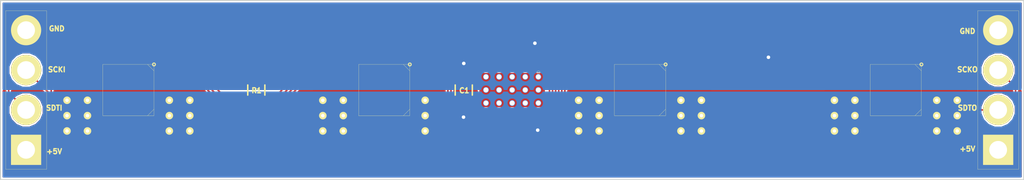
<source format=kicad_pcb>
(kicad_pcb (version 4) (host pcbnew "(2015-06-12 BZR 5734)-product")

  (general
    (links 97)
    (no_connects 27)
    (area 76.149999 83.769999 177.850001 104.2552)
    (thickness 1.6)
    (drawings 12)
    (tracks 228)
    (zones 0)
    (modules 54)
    (nets 20)
  )

  (page A4)
  (layers
    (0 F.Cu signal)
    (31 B.Cu signal)
    (32 B.Adhes user)
    (33 F.Adhes user)
    (34 B.Paste user)
    (35 F.Paste user)
    (36 B.SilkS user)
    (37 F.SilkS user)
    (38 B.Mask user)
    (39 F.Mask user)
    (40 Dwgs.User user)
    (41 Cmts.User user)
    (42 Eco1.User user)
    (43 Eco2.User user)
    (44 Edge.Cuts user)
    (45 Margin user)
    (46 B.CrtYd user)
    (47 F.CrtYd user)
    (48 B.Fab user)
    (49 F.Fab user)
  )

  (setup
    (last_trace_width 0.153)
    (trace_clearance 0.153)
    (zone_clearance 0.153)
    (zone_45_only no)
    (trace_min 0.153)
    (segment_width 0.2)
    (edge_width 0.1)
    (via_size 0.5)
    (via_drill 0.35)
    (via_min_size 0.4)
    (via_min_drill 0.3)
    (uvia_size 0.3)
    (uvia_drill 0.1)
    (uvias_allowed no)
    (uvia_min_size 0.2)
    (uvia_min_drill 0.1)
    (pcb_text_width 0.3)
    (pcb_text_size 1.5 1.5)
    (mod_edge_width 0.15)
    (mod_text_size 0.5 0.5)
    (mod_text_width 0.125)
    (pad_size 3 10)
    (pad_drill 0)
    (pad_to_mask_clearance 0)
    (aux_axis_origin 0 0)
    (visible_elements FFFFFF7F)
    (pcbplotparams
      (layerselection 0x3ffff_80000001)
      (usegerberextensions true)
      (excludeedgelayer true)
      (linewidth 0.100000)
      (plotframeref false)
      (viasonmask false)
      (mode 1)
      (useauxorigin false)
      (hpglpennumber 1)
      (hpglpenspeed 20)
      (hpglpendiameter 15)
      (hpglpenoverlay 2)
      (psnegative false)
      (psa4output false)
      (plotreference true)
      (plotvalue true)
      (plotinvisibletext false)
      (padsonsilk false)
      (subtractmaskfromsilk false)
      (outputformat 1)
      (mirror false)
      (drillshape 0)
      (scaleselection 1)
      (outputdirectory gbr/))
  )

  (net 0 "")
  (net 1 GND)
  (net 2 +5V)
  (net 3 G0)
  (net 4 R0)
  (net 5 B0)
  (net 6 G1)
  (net 7 R1)
  (net 8 B1)
  (net 9 G2)
  (net 10 R2)
  (net 11 B2)
  (net 12 G3)
  (net 13 R3)
  (net 14 B3)
  (net 15 "Net-(R1-Pad1)")
  (net 16 SDTI)
  (net 17 SCKO)
  (net 18 SDTO)
  (net 19 SCKI)

  (net_class Default "This is the default net class."
    (clearance 0.153)
    (trace_width 0.153)
    (via_dia 0.5)
    (via_drill 0.35)
    (uvia_dia 0.3)
    (uvia_drill 0.1)
    (add_net +5V)
    (add_net B0)
    (add_net B1)
    (add_net B2)
    (add_net B3)
    (add_net G0)
    (add_net G1)
    (add_net G2)
    (add_net G3)
    (add_net GND)
    (add_net "Net-(R1-Pad1)")
    (add_net R0)
    (add_net R1)
    (add_net R2)
    (add_net R3)
    (add_net SCKI)
    (add_net SCKO)
    (add_net SDTI)
    (add_net SDTO)
  )

  (module TLC59711 placed (layer F.Cu) (tedit 55A3E825) (tstamp 559ECAF2)
    (at 127 92.71 270)
    (descr "20-Lead Plastic Thin Shrink Small Outline (ST)-4.4 mm Body [TSSOP] (see Microchip Packaging Specification 00000049BS.pdf)")
    (tags SSOP)
    (path /559B1AEF)
    (attr smd)
    (fp_text reference U1 (at -4.826 4.572 270) (layer F.SilkS) hide
      (effects (font (size 1 1) (thickness 0.15)))
    )
    (fp_text value TLC5971 (at -5.715 0 360) (layer F.Fab) hide
      (effects (font (size 1 1) (thickness 0.15)))
    )
    (fp_circle (center -1.7526 -2.6162) (end -1.6002 -2.6162) (layer F.SilkS) (width 0.02))
    (fp_line (start -4.064 -3.544) (end -4.064 3.556) (layer F.CrtYd) (width 0.05))
    (fp_line (start 4.064 -3.55) (end 4.064 3.55) (layer F.CrtYd) (width 0.05))
    (fp_line (start -4.064 -3.556) (end 4.064 -3.556) (layer F.CrtYd) (width 0.05))
    (fp_line (start -4.064 3.556) (end 4.064 3.556) (layer F.CrtYd) (width 0.05))
    (pad 1 smd rect (at -2.8 -2.925 270) (size 1.6 0.3) (layers F.Cu F.Paste F.Mask)
      (net 15 "Net-(R1-Pad1)") (solder_mask_margin 0.07))
    (pad "" smd rect (at 0 0) (size 6.5 3.4) (layers F.Cu F.Paste)
      (zone_connect 1))
    (pad 20 smd rect (at 2.8 -2.925 270) (size 1.6 0.3) (layers F.Cu F.Paste F.Mask)
      (net 2 +5V) (solder_mask_margin 0.07))
    (pad 2 smd rect (at -2.8 -2.275 270) (size 1.6 0.3) (layers F.Cu F.Paste F.Mask)
      (net 1 GND) (solder_mask_margin 0.07))
    (pad 19 smd rect (at 2.8 -2.275 270) (size 1.6 0.3) (layers F.Cu F.Paste F.Mask)
      (net 2 +5V) (solder_mask_margin 0.07))
    (pad 3 smd rect (at -2.8 -1.625 270) (size 1.6 0.3) (layers F.Cu F.Paste F.Mask)
      (net 4 R0) (solder_mask_margin 0.07))
    (pad 18 smd rect (at 2.8 -1.625 270) (size 1.6 0.3) (layers F.Cu F.Paste F.Mask)
      (net 14 B3) (solder_mask_margin 0.07))
    (pad 4 smd rect (at -2.8 -0.975 270) (size 1.6 0.3) (layers F.Cu F.Paste F.Mask)
      (net 3 G0) (solder_mask_margin 0.07))
    (pad 17 smd rect (at 2.8 -0.975 270) (size 1.6 0.3) (layers F.Cu F.Paste F.Mask)
      (net 12 G3) (solder_mask_margin 0.07))
    (pad 5 smd rect (at -2.8 -0.325 270) (size 1.6 0.3) (layers F.Cu F.Paste F.Mask)
      (net 5 B0) (solder_mask_margin 0.07))
    (pad 16 smd rect (at 2.8 -0.325 270) (size 1.6 0.3) (layers F.Cu F.Paste F.Mask)
      (net 13 R3) (solder_mask_margin 0.07))
    (pad 6 smd rect (at -2.8 0.325 270) (size 1.6 0.3) (layers F.Cu F.Paste F.Mask)
      (net 7 R1) (solder_mask_margin 0.07))
    (pad 15 smd rect (at 2.8 0.325 270) (size 1.6 0.3) (layers F.Cu F.Paste F.Mask)
      (net 11 B2) (solder_mask_margin 0.07))
    (pad 7 smd rect (at -2.8 0.975 270) (size 1.6 0.3) (layers F.Cu F.Paste F.Mask)
      (net 6 G1) (solder_mask_margin 0.07))
    (pad 14 smd rect (at 2.8 0.975 270) (size 1.6 0.3) (layers F.Cu F.Paste F.Mask)
      (net 9 G2) (solder_mask_margin 0.07))
    (pad 8 smd rect (at -2.8 1.625 270) (size 1.6 0.3) (layers F.Cu F.Paste F.Mask)
      (net 8 B1) (solder_mask_margin 0.07))
    (pad 13 smd rect (at 2.8 1.625 270) (size 1.6 0.3) (layers F.Cu F.Paste F.Mask)
      (net 10 R2) (solder_mask_margin 0.07))
    (pad 9 smd rect (at -2.8 2.275 270) (size 1.6 0.3) (layers F.Cu F.Paste F.Mask)
      (net 16 SDTI) (solder_mask_margin 0.07))
    (pad 12 smd rect (at 2.8 2.275 270) (size 1.6 0.3) (layers F.Cu F.Paste F.Mask)
      (net 18 SDTO) (solder_mask_margin 0.07))
    (pad 10 smd rect (at -2.8 2.925 270) (size 1.6 0.3) (layers F.Cu F.Paste F.Mask)
      (net 19 SCKI) (solder_mask_margin 0.07) (zone_connect 2))
    (pad 11 smd rect (at 2.8 2.925 270) (size 1.6 0.3) (layers F.Cu F.Paste F.Mask)
      (net 17 SCKO) (solder_mask_margin 0.07))
    (pad 22 smd rect (at 0 0 270) (size 2.75 3.43) (layers F.Mask)
      (solder_mask_margin 0.01))
    (pad "" thru_hole circle (at -1.3081 -2.6035 270) (size 0.6 0.6) (drill 0.5) (layers *.Cu))
    (pad "" thru_hole circle (at -0.0081 -2.6035 270) (size 0.6 0.6) (drill 0.5) (layers *.Cu))
    (pad "" thru_hole circle (at 1.2919 -2.6035 270) (size 0.6 0.6) (drill 0.5) (layers *.Cu))
    (pad "" thru_hole circle (at -1.3081 -1.3035 270) (size 0.6 0.6) (drill 0.5) (layers *.Cu))
    (pad "" thru_hole circle (at -0.0081 -1.3035 270) (size 0.6 0.6) (drill 0.5) (layers *.Cu))
    (pad "" thru_hole circle (at 1.2919 -1.3035 270) (size 0.6 0.6) (drill 0.5) (layers *.Cu))
    (pad "" thru_hole circle (at -1.3081 -0.0035 270) (size 0.6 0.6) (drill 0.5) (layers *.Cu))
    (pad "" thru_hole circle (at -0.0081 -0.0035 270) (size 0.6 0.6) (drill 0.5) (layers *.Cu))
    (pad "" thru_hole circle (at 1.2919 -0.0035 270) (size 0.6 0.6) (drill 0.5) (layers *.Cu))
    (pad "" thru_hole circle (at -1.3081 1.2965 270) (size 0.6 0.6) (drill 0.5) (layers *.Cu))
    (pad "" thru_hole circle (at -0.0081 1.2965 270) (size 0.6 0.6) (drill 0.5) (layers *.Cu))
    (pad "" thru_hole circle (at 1.2919 1.2965 270) (size 0.6 0.6) (drill 0.5) (layers *.Cu))
    (pad "" thru_hole circle (at -1.3081 2.5965 270) (size 0.6 0.6) (drill 0.5) (layers *.Cu))
    (pad "" thru_hole circle (at -0.0081 2.5965 270) (size 0.6 0.6) (drill 0.5) (layers *.Cu))
    (pad "" thru_hole circle (at 1.2919 2.5965 270) (size 0.6 0.6) (drill 0.5) (layers *.Cu))
    (model Housings_SSOP.3dshapes/TSSOP-20_4.4x6.5mm_Pitch0.65mm.wrl
      (at (xyz 0 0 0))
      (scale (xyz 1 1 1))
      (rotate (xyz 0 0 0))
    )
  )

  (module Zetaohm:Via (layer F.Cu) (tedit 55A1F88C) (tstamp 55A41C29)
    (at 171.196 96.774)
    (fp_text reference REF** (at 3.175 0) (layer F.SilkS) hide
      (effects (font (size 1 1) (thickness 0.15)))
    )
    (fp_text value Via (at 2.54 1.27) (layer F.Fab) hide
      (effects (font (size 1 1) (thickness 0.15)))
    )
    (pad "" thru_hole circle (at 0 0) (size 0.75 0.75) (drill 0.35) (layers *.Cu *.Mask F.SilkS)
      (net 2 +5V))
  )

  (module Zetaohm:Via (layer F.Cu) (tedit 55A1F88C) (tstamp 55A41C25)
    (at 169.164 96.774)
    (fp_text reference REF** (at 3.175 0) (layer F.SilkS) hide
      (effects (font (size 1 1) (thickness 0.15)))
    )
    (fp_text value Via (at 2.54 1.27) (layer F.Fab) hide
      (effects (font (size 1 1) (thickness 0.15)))
    )
    (pad "" thru_hole circle (at 0 0) (size 0.75 0.75) (drill 0.35) (layers *.Cu *.Mask F.SilkS)
      (net 2 +5V))
  )

  (module Zetaohm:Via (layer F.Cu) (tedit 55A1F88C) (tstamp 55A41C21)
    (at 169.164 93.726)
    (fp_text reference REF** (at 3.175 0) (layer F.SilkS) hide
      (effects (font (size 1 1) (thickness 0.15)))
    )
    (fp_text value Via (at 2.54 1.27) (layer F.Fab) hide
      (effects (font (size 1 1) (thickness 0.15)))
    )
    (pad "" thru_hole circle (at 0 0) (size 0.75 0.75) (drill 0.35) (layers *.Cu *.Mask F.SilkS)
      (net 2 +5V))
  )

  (module Zetaohm:Via (layer F.Cu) (tedit 55A1F88C) (tstamp 55A41C1D)
    (at 169.164 95.25)
    (fp_text reference REF** (at 3.175 0) (layer F.SilkS) hide
      (effects (font (size 1 1) (thickness 0.15)))
    )
    (fp_text value Via (at 2.54 1.27) (layer F.Fab) hide
      (effects (font (size 1 1) (thickness 0.15)))
    )
    (pad "" thru_hole circle (at 0 0) (size 0.75 0.75) (drill 0.35) (layers *.Cu *.Mask F.SilkS)
      (net 2 +5V))
  )

  (module Zetaohm:Via (layer F.Cu) (tedit 55A1F88C) (tstamp 55A41C19)
    (at 171.196 95.25)
    (fp_text reference REF** (at 3.175 0) (layer F.SilkS) hide
      (effects (font (size 1 1) (thickness 0.15)))
    )
    (fp_text value Via (at 2.54 1.27) (layer F.Fab) hide
      (effects (font (size 1 1) (thickness 0.15)))
    )
    (pad "" thru_hole circle (at 0 0) (size 0.75 0.75) (drill 0.35) (layers *.Cu *.Mask F.SilkS)
      (net 2 +5V))
  )

  (module Zetaohm:Via (layer F.Cu) (tedit 55A1F88C) (tstamp 55A41C15)
    (at 171.196 93.726)
    (fp_text reference REF** (at 3.175 0) (layer F.SilkS) hide
      (effects (font (size 1 1) (thickness 0.15)))
    )
    (fp_text value Via (at 2.54 1.27) (layer F.Fab) hide
      (effects (font (size 1 1) (thickness 0.15)))
    )
    (pad "" thru_hole circle (at 0 0) (size 0.75 0.75) (drill 0.35) (layers *.Cu *.Mask F.SilkS)
      (net 2 +5V))
  )

  (module Zetaohm:Via (layer F.Cu) (tedit 55A1F88C) (tstamp 55A41C11)
    (at 161.036 96.774)
    (fp_text reference REF** (at 3.175 0) (layer F.SilkS) hide
      (effects (font (size 1 1) (thickness 0.15)))
    )
    (fp_text value Via (at 2.54 1.27) (layer F.Fab) hide
      (effects (font (size 1 1) (thickness 0.15)))
    )
    (pad "" thru_hole circle (at 0 0) (size 0.75 0.75) (drill 0.35) (layers *.Cu *.Mask F.SilkS)
      (net 2 +5V))
  )

  (module Zetaohm:Via (layer F.Cu) (tedit 55A1F88C) (tstamp 55A41C0D)
    (at 159.004 96.774)
    (fp_text reference REF** (at 3.175 0) (layer F.SilkS) hide
      (effects (font (size 1 1) (thickness 0.15)))
    )
    (fp_text value Via (at 2.54 1.27) (layer F.Fab) hide
      (effects (font (size 1 1) (thickness 0.15)))
    )
    (pad "" thru_hole circle (at 0 0) (size 0.75 0.75) (drill 0.35) (layers *.Cu *.Mask F.SilkS)
      (net 2 +5V))
  )

  (module Zetaohm:Via (layer F.Cu) (tedit 55A1F88C) (tstamp 55A41C09)
    (at 159.004 93.726)
    (fp_text reference REF** (at 3.175 0) (layer F.SilkS) hide
      (effects (font (size 1 1) (thickness 0.15)))
    )
    (fp_text value Via (at 2.54 1.27) (layer F.Fab) hide
      (effects (font (size 1 1) (thickness 0.15)))
    )
    (pad "" thru_hole circle (at 0 0) (size 0.75 0.75) (drill 0.35) (layers *.Cu *.Mask F.SilkS)
      (net 2 +5V))
  )

  (module Zetaohm:Via (layer F.Cu) (tedit 55A1F88C) (tstamp 55A41C05)
    (at 159.004 95.25)
    (fp_text reference REF** (at 3.175 0) (layer F.SilkS) hide
      (effects (font (size 1 1) (thickness 0.15)))
    )
    (fp_text value Via (at 2.54 1.27) (layer F.Fab) hide
      (effects (font (size 1 1) (thickness 0.15)))
    )
    (pad "" thru_hole circle (at 0 0) (size 0.75 0.75) (drill 0.35) (layers *.Cu *.Mask F.SilkS)
      (net 2 +5V))
  )

  (module Zetaohm:Via (layer F.Cu) (tedit 55A1F88C) (tstamp 55A41C01)
    (at 161.036 95.25)
    (fp_text reference REF** (at 3.175 0) (layer F.SilkS) hide
      (effects (font (size 1 1) (thickness 0.15)))
    )
    (fp_text value Via (at 2.54 1.27) (layer F.Fab) hide
      (effects (font (size 1 1) (thickness 0.15)))
    )
    (pad "" thru_hole circle (at 0 0) (size 0.75 0.75) (drill 0.35) (layers *.Cu *.Mask F.SilkS)
      (net 2 +5V))
  )

  (module Zetaohm:Via (layer F.Cu) (tedit 55A1F88C) (tstamp 55A41BFD)
    (at 161.036 93.726)
    (fp_text reference REF** (at 3.175 0) (layer F.SilkS) hide
      (effects (font (size 1 1) (thickness 0.15)))
    )
    (fp_text value Via (at 2.54 1.27) (layer F.Fab) hide
      (effects (font (size 1 1) (thickness 0.15)))
    )
    (pad "" thru_hole circle (at 0 0) (size 0.75 0.75) (drill 0.35) (layers *.Cu *.Mask F.SilkS)
      (net 2 +5V))
  )

  (module Zetaohm:Via (layer F.Cu) (tedit 55A1F88C) (tstamp 55A41BF9)
    (at 145.796 96.774)
    (fp_text reference REF** (at 3.175 0) (layer F.SilkS) hide
      (effects (font (size 1 1) (thickness 0.15)))
    )
    (fp_text value Via (at 2.54 1.27) (layer F.Fab) hide
      (effects (font (size 1 1) (thickness 0.15)))
    )
    (pad "" thru_hole circle (at 0 0) (size 0.75 0.75) (drill 0.35) (layers *.Cu *.Mask F.SilkS)
      (net 2 +5V))
  )

  (module Zetaohm:Via (layer F.Cu) (tedit 55A1F88C) (tstamp 55A41BF5)
    (at 143.764 96.774)
    (fp_text reference REF** (at 3.175 0) (layer F.SilkS) hide
      (effects (font (size 1 1) (thickness 0.15)))
    )
    (fp_text value Via (at 2.54 1.27) (layer F.Fab) hide
      (effects (font (size 1 1) (thickness 0.15)))
    )
    (pad "" thru_hole circle (at 0 0) (size 0.75 0.75) (drill 0.35) (layers *.Cu *.Mask F.SilkS)
      (net 2 +5V))
  )

  (module Zetaohm:Via (layer F.Cu) (tedit 55A1F88C) (tstamp 55A41BF1)
    (at 143.764 93.726)
    (fp_text reference REF** (at 3.175 0) (layer F.SilkS) hide
      (effects (font (size 1 1) (thickness 0.15)))
    )
    (fp_text value Via (at 2.54 1.27) (layer F.Fab) hide
      (effects (font (size 1 1) (thickness 0.15)))
    )
    (pad "" thru_hole circle (at 0 0) (size 0.75 0.75) (drill 0.35) (layers *.Cu *.Mask F.SilkS)
      (net 2 +5V))
  )

  (module Zetaohm:Via (layer F.Cu) (tedit 55A1F88C) (tstamp 55A41BED)
    (at 143.764 95.25)
    (fp_text reference REF** (at 3.175 0) (layer F.SilkS) hide
      (effects (font (size 1 1) (thickness 0.15)))
    )
    (fp_text value Via (at 2.54 1.27) (layer F.Fab) hide
      (effects (font (size 1 1) (thickness 0.15)))
    )
    (pad "" thru_hole circle (at 0 0) (size 0.75 0.75) (drill 0.35) (layers *.Cu *.Mask F.SilkS)
      (net 2 +5V))
  )

  (module Zetaohm:Via (layer F.Cu) (tedit 55A1F88C) (tstamp 55A41BE9)
    (at 145.796 95.25)
    (fp_text reference REF** (at 3.175 0) (layer F.SilkS) hide
      (effects (font (size 1 1) (thickness 0.15)))
    )
    (fp_text value Via (at 2.54 1.27) (layer F.Fab) hide
      (effects (font (size 1 1) (thickness 0.15)))
    )
    (pad "" thru_hole circle (at 0 0) (size 0.75 0.75) (drill 0.35) (layers *.Cu *.Mask F.SilkS)
      (net 2 +5V))
  )

  (module Zetaohm:Via (layer F.Cu) (tedit 55A1F88C) (tstamp 55A41BE5)
    (at 145.796 93.726)
    (fp_text reference REF** (at 3.175 0) (layer F.SilkS) hide
      (effects (font (size 1 1) (thickness 0.15)))
    )
    (fp_text value Via (at 2.54 1.27) (layer F.Fab) hide
      (effects (font (size 1 1) (thickness 0.15)))
    )
    (pad "" thru_hole circle (at 0 0) (size 0.75 0.75) (drill 0.35) (layers *.Cu *.Mask F.SilkS)
      (net 2 +5V))
  )

  (module Zetaohm:Via (layer F.Cu) (tedit 55A1F88C) (tstamp 55A41BE1)
    (at 135.636 96.774)
    (fp_text reference REF** (at 3.175 0) (layer F.SilkS) hide
      (effects (font (size 1 1) (thickness 0.15)))
    )
    (fp_text value Via (at 2.54 1.27) (layer F.Fab) hide
      (effects (font (size 1 1) (thickness 0.15)))
    )
    (pad "" thru_hole circle (at 0 0) (size 0.75 0.75) (drill 0.35) (layers *.Cu *.Mask F.SilkS)
      (net 2 +5V))
  )

  (module Zetaohm:Via (layer F.Cu) (tedit 55A1F88C) (tstamp 55A41BDD)
    (at 133.604 96.774)
    (fp_text reference REF** (at 3.175 0) (layer F.SilkS) hide
      (effects (font (size 1 1) (thickness 0.15)))
    )
    (fp_text value Via (at 2.54 1.27) (layer F.Fab) hide
      (effects (font (size 1 1) (thickness 0.15)))
    )
    (pad "" thru_hole circle (at 0 0) (size 0.75 0.75) (drill 0.35) (layers *.Cu *.Mask F.SilkS)
      (net 2 +5V))
  )

  (module Zetaohm:Via (layer F.Cu) (tedit 55A1F88C) (tstamp 55A41BD9)
    (at 133.604 93.726)
    (fp_text reference REF** (at 3.175 0) (layer F.SilkS) hide
      (effects (font (size 1 1) (thickness 0.15)))
    )
    (fp_text value Via (at 2.54 1.27) (layer F.Fab) hide
      (effects (font (size 1 1) (thickness 0.15)))
    )
    (pad "" thru_hole circle (at 0 0) (size 0.75 0.75) (drill 0.35) (layers *.Cu *.Mask F.SilkS)
      (net 2 +5V))
  )

  (module Zetaohm:Via (layer F.Cu) (tedit 55A1F88C) (tstamp 55A41BD5)
    (at 133.604 95.25)
    (fp_text reference REF** (at 3.175 0) (layer F.SilkS) hide
      (effects (font (size 1 1) (thickness 0.15)))
    )
    (fp_text value Via (at 2.54 1.27) (layer F.Fab) hide
      (effects (font (size 1 1) (thickness 0.15)))
    )
    (pad "" thru_hole circle (at 0 0) (size 0.75 0.75) (drill 0.35) (layers *.Cu *.Mask F.SilkS)
      (net 2 +5V))
  )

  (module Zetaohm:Via (layer F.Cu) (tedit 55A1F88C) (tstamp 55A41BD1)
    (at 135.636 95.25)
    (fp_text reference REF** (at 3.175 0) (layer F.SilkS) hide
      (effects (font (size 1 1) (thickness 0.15)))
    )
    (fp_text value Via (at 2.54 1.27) (layer F.Fab) hide
      (effects (font (size 1 1) (thickness 0.15)))
    )
    (pad "" thru_hole circle (at 0 0) (size 0.75 0.75) (drill 0.35) (layers *.Cu *.Mask F.SilkS)
      (net 2 +5V))
  )

  (module Zetaohm:Via (layer F.Cu) (tedit 55A1F88C) (tstamp 55A41BCD)
    (at 135.636 93.726)
    (fp_text reference REF** (at 3.175 0) (layer F.SilkS) hide
      (effects (font (size 1 1) (thickness 0.15)))
    )
    (fp_text value Via (at 2.54 1.27) (layer F.Fab) hide
      (effects (font (size 1 1) (thickness 0.15)))
    )
    (pad "" thru_hole circle (at 0 0) (size 0.75 0.75) (drill 0.35) (layers *.Cu *.Mask F.SilkS)
      (net 2 +5V))
  )

  (module Zetaohm:Via (layer F.Cu) (tedit 55A1F88C) (tstamp 55A41BC5)
    (at 118.364 96.774)
    (fp_text reference REF** (at 3.175 0) (layer F.SilkS) hide
      (effects (font (size 1 1) (thickness 0.15)))
    )
    (fp_text value Via (at 2.54 1.27) (layer F.Fab) hide
      (effects (font (size 1 1) (thickness 0.15)))
    )
    (pad "" thru_hole circle (at 0 0) (size 0.75 0.75) (drill 0.35) (layers *.Cu *.Mask F.SilkS)
      (net 2 +5V))
  )

  (module Zetaohm:Via (layer F.Cu) (tedit 55A1F88C) (tstamp 55A41BC1)
    (at 118.364 93.726)
    (fp_text reference REF** (at 3.175 0) (layer F.SilkS) hide
      (effects (font (size 1 1) (thickness 0.15)))
    )
    (fp_text value Via (at 2.54 1.27) (layer F.Fab) hide
      (effects (font (size 1 1) (thickness 0.15)))
    )
    (pad "" thru_hole circle (at 0 0) (size 0.75 0.75) (drill 0.35) (layers *.Cu *.Mask F.SilkS)
      (net 2 +5V))
  )

  (module Zetaohm:Via (layer F.Cu) (tedit 55A1F88C) (tstamp 55A41BBD)
    (at 118.364 95.25)
    (fp_text reference REF** (at 3.175 0) (layer F.SilkS) hide
      (effects (font (size 1 1) (thickness 0.15)))
    )
    (fp_text value Via (at 2.54 1.27) (layer F.Fab) hide
      (effects (font (size 1 1) (thickness 0.15)))
    )
    (pad "" thru_hole circle (at 0 0) (size 0.75 0.75) (drill 0.35) (layers *.Cu *.Mask F.SilkS)
      (net 2 +5V))
  )

  (module Zetaohm:Via (layer F.Cu) (tedit 55A1F88C) (tstamp 55A41BB1)
    (at 110.236 96.774)
    (fp_text reference REF** (at 3.175 0) (layer F.SilkS) hide
      (effects (font (size 1 1) (thickness 0.15)))
    )
    (fp_text value Via (at 2.54 1.27) (layer F.Fab) hide
      (effects (font (size 1 1) (thickness 0.15)))
    )
    (pad "" thru_hole circle (at 0 0) (size 0.75 0.75) (drill 0.35) (layers *.Cu *.Mask F.SilkS)
      (net 2 +5V))
  )

  (module Zetaohm:Via (layer F.Cu) (tedit 55A1F88C) (tstamp 55A41BAD)
    (at 108.204 96.774)
    (fp_text reference REF** (at 3.175 0) (layer F.SilkS) hide
      (effects (font (size 1 1) (thickness 0.15)))
    )
    (fp_text value Via (at 2.54 1.27) (layer F.Fab) hide
      (effects (font (size 1 1) (thickness 0.15)))
    )
    (pad "" thru_hole circle (at 0 0) (size 0.75 0.75) (drill 0.35) (layers *.Cu *.Mask F.SilkS)
      (net 2 +5V))
  )

  (module Zetaohm:Via (layer F.Cu) (tedit 55A1F88C) (tstamp 55A41BA9)
    (at 108.204 93.726)
    (fp_text reference REF** (at 3.175 0) (layer F.SilkS) hide
      (effects (font (size 1 1) (thickness 0.15)))
    )
    (fp_text value Via (at 2.54 1.27) (layer F.Fab) hide
      (effects (font (size 1 1) (thickness 0.15)))
    )
    (pad "" thru_hole circle (at 0 0) (size 0.75 0.75) (drill 0.35) (layers *.Cu *.Mask F.SilkS)
      (net 2 +5V))
  )

  (module Zetaohm:Via (layer F.Cu) (tedit 55A1F88C) (tstamp 55A41BA5)
    (at 108.204 95.25)
    (fp_text reference REF** (at 3.175 0) (layer F.SilkS) hide
      (effects (font (size 1 1) (thickness 0.15)))
    )
    (fp_text value Via (at 2.54 1.27) (layer F.Fab) hide
      (effects (font (size 1 1) (thickness 0.15)))
    )
    (pad "" thru_hole circle (at 0 0) (size 0.75 0.75) (drill 0.35) (layers *.Cu *.Mask F.SilkS)
      (net 2 +5V))
  )

  (module Zetaohm:Via (layer F.Cu) (tedit 55A1F88C) (tstamp 55A41BA1)
    (at 110.236 95.25)
    (fp_text reference REF** (at 3.175 0) (layer F.SilkS) hide
      (effects (font (size 1 1) (thickness 0.15)))
    )
    (fp_text value Via (at 2.54 1.27) (layer F.Fab) hide
      (effects (font (size 1 1) (thickness 0.15)))
    )
    (pad "" thru_hole circle (at 0 0) (size 0.75 0.75) (drill 0.35) (layers *.Cu *.Mask F.SilkS)
      (net 2 +5V))
  )

  (module Zetaohm:Via (layer F.Cu) (tedit 55A1F88C) (tstamp 55A41B9D)
    (at 110.236 93.726)
    (fp_text reference REF** (at 3.175 0) (layer F.SilkS) hide
      (effects (font (size 1 1) (thickness 0.15)))
    )
    (fp_text value Via (at 2.54 1.27) (layer F.Fab) hide
      (effects (font (size 1 1) (thickness 0.15)))
    )
    (pad "" thru_hole circle (at 0 0) (size 0.75 0.75) (drill 0.35) (layers *.Cu *.Mask F.SilkS)
      (net 2 +5V))
  )

  (module Zetaohm:Via (layer F.Cu) (tedit 55A1F88C) (tstamp 55A41B96)
    (at 94.996 96.774)
    (fp_text reference REF** (at 3.175 0) (layer F.SilkS) hide
      (effects (font (size 1 1) (thickness 0.15)))
    )
    (fp_text value Via (at 2.54 1.27) (layer F.Fab) hide
      (effects (font (size 1 1) (thickness 0.15)))
    )
    (pad "" thru_hole circle (at 0 0) (size 0.75 0.75) (drill 0.35) (layers *.Cu *.Mask F.SilkS)
      (net 2 +5V))
  )

  (module Zetaohm:Via (layer F.Cu) (tedit 55A1F88C) (tstamp 55A41B92)
    (at 92.964 95.25)
    (fp_text reference REF** (at 3.175 0) (layer F.SilkS) hide
      (effects (font (size 1 1) (thickness 0.15)))
    )
    (fp_text value Via (at 2.54 1.27) (layer F.Fab) hide
      (effects (font (size 1 1) (thickness 0.15)))
    )
    (pad "" thru_hole circle (at 0 0) (size 0.75 0.75) (drill 0.35) (layers *.Cu *.Mask F.SilkS)
      (net 2 +5V))
  )

  (module Zetaohm:Via (layer F.Cu) (tedit 55A1F88C) (tstamp 55A41B8E)
    (at 94.996 95.25)
    (fp_text reference REF** (at 3.175 0) (layer F.SilkS) hide
      (effects (font (size 1 1) (thickness 0.15)))
    )
    (fp_text value Via (at 2.54 1.27) (layer F.Fab) hide
      (effects (font (size 1 1) (thickness 0.15)))
    )
    (pad "" thru_hole circle (at 0 0) (size 0.75 0.75) (drill 0.35) (layers *.Cu *.Mask F.SilkS)
      (net 2 +5V))
  )

  (module Zetaohm:Via (layer F.Cu) (tedit 55A1F88C) (tstamp 55A41B8A)
    (at 94.996 93.726)
    (fp_text reference REF** (at 3.175 0) (layer F.SilkS) hide
      (effects (font (size 1 1) (thickness 0.15)))
    )
    (fp_text value Via (at 2.54 1.27) (layer F.Fab) hide
      (effects (font (size 1 1) (thickness 0.15)))
    )
    (pad "" thru_hole circle (at 0 0) (size 0.75 0.75) (drill 0.35) (layers *.Cu *.Mask F.SilkS)
      (net 2 +5V))
  )

  (module Zetaohm:Via (layer F.Cu) (tedit 55A1F88C) (tstamp 55A41B86)
    (at 92.964 93.726)
    (fp_text reference REF** (at 3.175 0) (layer F.SilkS) hide
      (effects (font (size 1 1) (thickness 0.15)))
    )
    (fp_text value Via (at 2.54 1.27) (layer F.Fab) hide
      (effects (font (size 1 1) (thickness 0.15)))
    )
    (pad "" thru_hole circle (at 0 0) (size 0.75 0.75) (drill 0.35) (layers *.Cu *.Mask F.SilkS)
      (net 2 +5V))
  )

  (module Zetaohm:Via (layer F.Cu) (tedit 55A1F88C) (tstamp 55A41B82)
    (at 92.964 96.774)
    (fp_text reference REF** (at 3.175 0) (layer F.SilkS) hide
      (effects (font (size 1 1) (thickness 0.15)))
    )
    (fp_text value Via (at 2.54 1.27) (layer F.Fab) hide
      (effects (font (size 1 1) (thickness 0.15)))
    )
    (pad "" thru_hole circle (at 0 0) (size 0.75 0.75) (drill 0.35) (layers *.Cu *.Mask F.SilkS)
      (net 2 +5V))
  )

  (module Zetaohm:Via (layer F.Cu) (tedit 55A1F88C) (tstamp 55A41B1C)
    (at 84.836 96.774)
    (fp_text reference REF** (at 3.175 0) (layer F.SilkS) hide
      (effects (font (size 1 1) (thickness 0.15)))
    )
    (fp_text value Via (at 2.54 1.27) (layer F.Fab) hide
      (effects (font (size 1 1) (thickness 0.15)))
    )
    (pad "" thru_hole circle (at 0 0) (size 0.75 0.75) (drill 0.35) (layers *.Cu *.Mask F.SilkS)
      (net 2 +5V))
  )

  (module Zetaohm:Via (layer F.Cu) (tedit 55A1F88C) (tstamp 55A41B18)
    (at 82.804 96.774)
    (fp_text reference REF** (at 3.175 0) (layer F.SilkS) hide
      (effects (font (size 1 1) (thickness 0.15)))
    )
    (fp_text value Via (at 2.54 1.27) (layer F.Fab) hide
      (effects (font (size 1 1) (thickness 0.15)))
    )
    (pad "" thru_hole circle (at 0 0) (size 0.75 0.75) (drill 0.35) (layers *.Cu *.Mask F.SilkS)
      (net 2 +5V))
  )

  (module Zetaohm:Via (layer F.Cu) (tedit 55A1F88C) (tstamp 55A41B14)
    (at 82.804 95.25)
    (fp_text reference REF** (at 3.175 0) (layer F.SilkS) hide
      (effects (font (size 1 1) (thickness 0.15)))
    )
    (fp_text value Via (at 2.54 1.27) (layer F.Fab) hide
      (effects (font (size 1 1) (thickness 0.15)))
    )
    (pad "" thru_hole circle (at 0 0) (size 0.75 0.75) (drill 0.35) (layers *.Cu *.Mask F.SilkS)
      (net 2 +5V))
  )

  (module Zetaohm:Via (layer F.Cu) (tedit 55A1F88C) (tstamp 55A41B10)
    (at 84.836 95.25)
    (fp_text reference REF** (at 3.175 0) (layer F.SilkS) hide
      (effects (font (size 1 1) (thickness 0.15)))
    )
    (fp_text value Via (at 2.54 1.27) (layer F.Fab) hide
      (effects (font (size 1 1) (thickness 0.15)))
    )
    (pad "" thru_hole circle (at 0 0) (size 0.75 0.75) (drill 0.35) (layers *.Cu *.Mask F.SilkS)
      (net 2 +5V))
  )

  (module Zetaohm:Via (layer F.Cu) (tedit 55A1F88C) (tstamp 55A41AFB)
    (at 84.836 93.726)
    (fp_text reference REF** (at 3.175 0) (layer F.SilkS) hide
      (effects (font (size 1 1) (thickness 0.15)))
    )
    (fp_text value Via (at 2.54 1.27) (layer F.Fab) hide
      (effects (font (size 1 1) (thickness 0.15)))
    )
    (pad "" thru_hole circle (at 0 0) (size 0.75 0.75) (drill 0.35) (layers *.Cu *.Mask F.SilkS)
      (net 2 +5V))
  )

  (module Capacitors_SMD:C_0805_HandSoldering placed (layer F.Cu) (tedit 55A61230) (tstamp 559ECA9B)
    (at 122.1994 92.71 270)
    (descr "Capacitor SMD 0805, hand soldering")
    (tags "capacitor 0805")
    (path /559C354A)
    (attr smd)
    (fp_text reference C1 (at 0.0508 -0.0508 360) (layer F.SilkS)
      (effects (font (size 0.5 0.5) (thickness 0.125)))
    )
    (fp_text value C (at -5.334 0 270) (layer F.Fab) hide
      (effects (font (size 1 1) (thickness 0.15)))
    )
    (fp_line (start -2.3 -1) (end 2.3 -1) (layer F.CrtYd) (width 0.05))
    (fp_line (start -2.3 1) (end 2.3 1) (layer F.CrtYd) (width 0.05))
    (fp_line (start -2.3 -1) (end -2.3 1) (layer F.CrtYd) (width 0.05))
    (fp_line (start 2.3 -1) (end 2.3 1) (layer F.CrtYd) (width 0.05))
    (fp_line (start 0.5 -0.85) (end -0.5 -0.85) (layer F.SilkS) (width 0.15))
    (fp_line (start -0.5 0.85) (end 0.5 0.85) (layer F.SilkS) (width 0.15))
    (pad 1 smd rect (at -1.25 0 270) (size 1.5 1.25) (layers F.Cu F.Paste F.Mask)
      (net 1 GND))
    (pad 2 smd rect (at 1.25 0 270) (size 1.5 1.25) (layers F.Cu F.Paste F.Mask)
      (net 2 +5V))
    (model Capacitors_SMD.3dshapes/C_0805_HandSoldering.wrl
      (at (xyz 0 0 0))
      (scale (xyz 1 1 1))
      (rotate (xyz 0 0 0))
    )
  )

  (module Capacitors_SMD:C_0805_HandSoldering placed (layer F.Cu) (tedit 55A6122A) (tstamp 559ECAD5)
    (at 101.6 92.71 90)
    (descr "Capacitor SMD 0805, hand soldering")
    (tags "capacitor 0805")
    (path /559B709F)
    (attr smd)
    (fp_text reference R1 (at -0.0508 0.0254 180) (layer F.SilkS)
      (effects (font (size 0.5 0.5) (thickness 0.125)))
    )
    (fp_text value Resistor (at 0.508 2.032 90) (layer F.Fab) hide
      (effects (font (size 1 1) (thickness 0.15)))
    )
    (fp_line (start -2.3 -1) (end 2.3 -1) (layer F.CrtYd) (width 0.05))
    (fp_line (start -2.3 1) (end 2.3 1) (layer F.CrtYd) (width 0.05))
    (fp_line (start -2.3 -1) (end -2.3 1) (layer F.CrtYd) (width 0.05))
    (fp_line (start 2.3 -1) (end 2.3 1) (layer F.CrtYd) (width 0.05))
    (fp_line (start 0.5 -0.85) (end -0.5 -0.85) (layer F.SilkS) (width 0.15))
    (fp_line (start -0.5 0.85) (end 0.5 0.85) (layer F.SilkS) (width 0.15))
    (pad 1 smd rect (at -1.25 0 90) (size 1.5 1.25) (layers F.Cu F.Paste F.Mask)
      (net 15 "Net-(R1-Pad1)"))
    (pad 2 smd rect (at 1.25 0 90) (size 1.5 1.25) (layers F.Cu F.Paste F.Mask)
      (net 1 GND))
    (model Capacitors_SMD.3dshapes/C_0805_HandSoldering.wrl
      (at (xyz 0 0 0))
      (scale (xyz 1 1 1))
      (rotate (xyz 0 0 0))
    )
  )

  (module Zetaohm:KK396-4Pin (layer F.Cu) (tedit 55A5E990) (tstamp 55A02D55)
    (at 78.74 92.71)
    (path /559EEDE5)
    (fp_text reference P1 (at 0.381 10.6172) (layer F.SilkS) hide
      (effects (font (size 1 1) (thickness 0.15)))
    )
    (fp_text value IN (at 0 -8.128) (layer F.Fab) hide
      (effects (font (size 0.5 0.5) (thickness 0.125)))
    )
    (fp_line (start -2.032 7.874) (end -2.032 -7.874) (layer F.SilkS) (width 0.02))
    (fp_line (start 2.032 7.874) (end -2.032 7.874) (layer F.SilkS) (width 0.02))
    (fp_line (start 2.032 -7.874) (end 2.032 7.874) (layer F.SilkS) (width 0.02))
    (fp_line (start -2.032 -7.874) (end 2.032 -7.874) (layer F.SilkS) (width 0.02))
    (pad 1 thru_hole circle (at 0 -5.9436) (size 3 3) (drill 1.762) (layers *.Cu *.Mask F.SilkS)
      (net 1 GND) (zone_connect 2))
    (pad 2 thru_hole circle (at 0 -1.9836) (size 3 3) (drill 1.762) (layers *.Cu *.Mask F.SilkS)
      (net 19 SCKI))
    (pad 3 thru_hole circle (at 0 1.9764) (size 3 3) (drill 1.762) (layers *.Cu *.Mask F.SilkS)
      (net 16 SDTI))
    (pad 4 thru_hole rect (at 0 5.9364) (size 3 3) (drill 1.762) (layers *.Cu *.Mask F.SilkS)
      (net 2 +5V) (zone_connect 2))
  )

  (module Zetaohm:KK396-4Pin (layer F.Cu) (tedit 55A5E98B) (tstamp 55A02D60)
    (at 175.26 92.71)
    (path /559ED7D7)
    (fp_text reference P2 (at 0.381 10.6172) (layer F.SilkS) hide
      (effects (font (size 1 1) (thickness 0.15)))
    )
    (fp_text value OUT (at 0 -8.128) (layer F.Fab) hide
      (effects (font (size 0.5 0.5) (thickness 0.125)))
    )
    (fp_line (start -2.032 7.874) (end -2.032 -7.874) (layer F.SilkS) (width 0.02))
    (fp_line (start 2.032 7.874) (end -2.032 7.874) (layer F.SilkS) (width 0.02))
    (fp_line (start 2.032 -7.874) (end 2.032 7.874) (layer F.SilkS) (width 0.02))
    (fp_line (start -2.032 -7.874) (end 2.032 -7.874) (layer F.SilkS) (width 0.02))
    (pad 1 thru_hole circle (at 0 -5.9436) (size 3 3) (drill 1.762) (layers *.Cu *.Mask F.SilkS)
      (net 1 GND) (zone_connect 2))
    (pad 2 thru_hole circle (at 0 -1.9836) (size 3 3) (drill 1.762) (layers *.Cu *.Mask F.SilkS)
      (net 17 SCKO))
    (pad 3 thru_hole circle (at 0 1.9764) (size 3 3) (drill 1.762) (layers *.Cu *.Mask F.SilkS)
      (net 18 SDTO))
    (pad 4 thru_hole rect (at 0 5.9364) (size 3 3) (drill 1.762) (layers *.Cu *.Mask F.SilkS)
      (net 2 +5V) (zone_connect 2))
  )

  (module Zetaohm:Via (layer F.Cu) (tedit 55A1F88C) (tstamp 55A41AEA)
    (at 82.804 93.726)
    (fp_text reference REF** (at 3.175 0) (layer F.SilkS) hide
      (effects (font (size 1 1) (thickness 0.15)))
    )
    (fp_text value Via (at 2.54 1.27) (layer F.Fab) hide
      (effects (font (size 1 1) (thickness 0.15)))
    )
    (pad "" thru_hole circle (at 0 0) (size 0.75 0.75) (drill 0.35) (layers *.Cu *.Mask F.SilkS)
      (net 2 +5V))
  )

  (module Zetaohm:AAAF5051-04 placed (layer F.Cu) (tedit 55A6AAE2) (tstamp 559EDB04)
    (at 139.7 92.71 90)
    (path /559B81DD)
    (fp_text reference D3 (at -5.715 0 180) (layer F.SilkS) hide
      (effects (font (size 1 1) (thickness 0.15)))
    )
    (fp_text value AAAF5051-04 (at 6.985 0 90) (layer F.Fab) hide
      (effects (font (size 1 1) (thickness 0.15)))
    )
    (fp_circle (center 2.54 2.54) (end 2.6416 2.6416) (layer F.SilkS) (width 0.1))
    (fp_line (start 1.905 2.54) (end 2.54 1.905) (layer F.SilkS) (width 0.02))
    (fp_line (start -1.905 2.54) (end -2.54 1.905) (layer F.SilkS) (width 0.02))
    (fp_line (start -2.54 -2.54) (end 2.54 -2.54) (layer F.SilkS) (width 0.02))
    (fp_line (start -2.54 2.54) (end 2.54 2.54) (layer F.SilkS) (width 0.02))
    (fp_line (start 2.54 2.54) (end 2.54 -2.54) (layer F.SilkS) (width 0.02))
    (fp_line (start -2.54 2.54) (end -2.54 -2.54) (layer F.SilkS) (width 0.02))
    (pad 4 smd rect (at -3.0988 -1.6002 90) (size 2.2 1) (layers F.Cu F.Paste F.Mask)
      (net 2 +5V) (zone_connect 2))
    (pad 3 smd rect (at 3.1012 -1.6002 90) (size 2.2 1) (layers F.Cu F.Paste F.Mask)
      (net 9 G2))
    (pad 4 smd rect (at -3.0988 -0.0002 90) (size 2.2 1) (layers F.Cu F.Paste F.Mask)
      (net 2 +5V) (zone_connect 2))
    (pad 2 smd rect (at 3.1012 -0.0002 90) (size 2.2 1) (layers F.Cu F.Paste F.Mask)
      (net 10 R2))
    (pad 4 smd rect (at -3.0988 1.5998 90) (size 2.2 1) (layers F.Cu F.Paste F.Mask)
      (net 2 +5V) (zone_connect 2))
    (pad 1 smd rect (at 3.1012 1.5998 90) (size 2.2 1) (layers F.Cu F.Paste F.Mask)
      (net 11 B2))
    (pad 4 smd rect (at 0 0 90) (size 3 6.2) (layers F.Cu F.Paste)
      (net 2 +5V) (zone_connect 2))
    (pad 4 smd rect (at 0 -5.08 180) (size 4 10) (layers F.Cu F.Paste)
      (net 2 +5V) (clearance 0.508) (zone_connect 2) (thermal_width 100))
    (pad 4 smd rect (at 0 5.08 180) (size 4 10) (layers F.Cu F.Paste)
      (net 2 +5V) (zone_connect 2))
    (pad "" smd rect (at 0 0 90) (size 3 4) (layers F.Mask)
      (solder_mask_margin 0.05))
  )

  (module Zetaohm:AAAF5051-04 placed (layer F.Cu) (tedit 55A6AAE2) (tstamp 559EDB15)
    (at 165.1 92.71 90)
    (path /559B81FF)
    (fp_text reference D4 (at -5.715 0 180) (layer F.SilkS) hide
      (effects (font (size 1 1) (thickness 0.15)))
    )
    (fp_text value AAAF5051-04 (at 6.985 0 90) (layer F.Fab) hide
      (effects (font (size 1 1) (thickness 0.15)))
    )
    (fp_circle (center 2.54 2.54) (end 2.6416 2.6416) (layer F.SilkS) (width 0.1))
    (fp_line (start 1.905 2.54) (end 2.54 1.905) (layer F.SilkS) (width 0.02))
    (fp_line (start -1.905 2.54) (end -2.54 1.905) (layer F.SilkS) (width 0.02))
    (fp_line (start -2.54 -2.54) (end 2.54 -2.54) (layer F.SilkS) (width 0.02))
    (fp_line (start -2.54 2.54) (end 2.54 2.54) (layer F.SilkS) (width 0.02))
    (fp_line (start 2.54 2.54) (end 2.54 -2.54) (layer F.SilkS) (width 0.02))
    (fp_line (start -2.54 2.54) (end -2.54 -2.54) (layer F.SilkS) (width 0.02))
    (pad 4 smd rect (at -3.0988 -1.6002 90) (size 2.2 1) (layers F.Cu F.Paste F.Mask)
      (net 2 +5V) (zone_connect 2))
    (pad 3 smd rect (at 3.1012 -1.6002 90) (size 2.2 1) (layers F.Cu F.Paste F.Mask)
      (net 12 G3))
    (pad 4 smd rect (at -3.0988 -0.0002 90) (size 2.2 1) (layers F.Cu F.Paste F.Mask)
      (net 2 +5V) (zone_connect 2))
    (pad 2 smd rect (at 3.1012 -0.0002 90) (size 2.2 1) (layers F.Cu F.Paste F.Mask)
      (net 13 R3))
    (pad 4 smd rect (at -3.0988 1.5998 90) (size 2.2 1) (layers F.Cu F.Paste F.Mask)
      (net 2 +5V) (zone_connect 2))
    (pad 1 smd rect (at 3.1012 1.5998 90) (size 2.2 1) (layers F.Cu F.Paste F.Mask)
      (net 14 B3))
    (pad 4 smd rect (at 0 0 90) (size 3 6.2) (layers F.Cu F.Paste)
      (net 2 +5V) (zone_connect 2))
    (pad 4 smd rect (at 0 -5.08 180) (size 4 10) (layers F.Cu F.Paste)
      (net 2 +5V) (clearance 0.508) (zone_connect 2) (thermal_width 100))
    (pad 4 smd rect (at 0 5.08 180) (size 4 10) (layers F.Cu F.Paste)
      (net 2 +5V) (zone_connect 2))
    (pad "" smd rect (at 0 0 90) (size 3 4) (layers F.Mask)
      (solder_mask_margin 0.05))
  )

  (module Zetaohm:AAAF5051-04 placed (layer F.Cu) (tedit 55A6AAE2) (tstamp 559EDAE2)
    (at 88.9 92.71 90)
    (path /559B606A)
    (fp_text reference D1 (at -5.715 0 180) (layer F.SilkS) hide
      (effects (font (size 1 1) (thickness 0.15)))
    )
    (fp_text value AAAF5051-04 (at 6.985 0 90) (layer F.Fab) hide
      (effects (font (size 1 1) (thickness 0.15)))
    )
    (fp_circle (center 2.54 2.54) (end 2.6416 2.6416) (layer F.SilkS) (width 0.1))
    (fp_line (start 1.905 2.54) (end 2.54 1.905) (layer F.SilkS) (width 0.02))
    (fp_line (start -1.905 2.54) (end -2.54 1.905) (layer F.SilkS) (width 0.02))
    (fp_line (start -2.54 -2.54) (end 2.54 -2.54) (layer F.SilkS) (width 0.02))
    (fp_line (start -2.54 2.54) (end 2.54 2.54) (layer F.SilkS) (width 0.02))
    (fp_line (start 2.54 2.54) (end 2.54 -2.54) (layer F.SilkS) (width 0.02))
    (fp_line (start -2.54 2.54) (end -2.54 -2.54) (layer F.SilkS) (width 0.02))
    (pad 4 smd rect (at -3.0988 -1.6002 90) (size 2.2 1) (layers F.Cu F.Paste F.Mask)
      (net 2 +5V) (zone_connect 2))
    (pad 3 smd rect (at 3.1012 -1.6002 90) (size 2.2 1) (layers F.Cu F.Paste F.Mask)
      (net 3 G0))
    (pad 4 smd rect (at -3.0988 -0.0002 90) (size 2.2 1) (layers F.Cu F.Paste F.Mask)
      (net 2 +5V) (zone_connect 2))
    (pad 2 smd rect (at 3.1012 -0.0002 90) (size 2.2 1) (layers F.Cu F.Paste F.Mask)
      (net 4 R0))
    (pad 4 smd rect (at -3.0988 1.5998 90) (size 2.2 1) (layers F.Cu F.Paste F.Mask)
      (net 2 +5V) (zone_connect 2))
    (pad 1 smd rect (at 3.1012 1.5998 90) (size 2.2 1) (layers F.Cu F.Paste F.Mask)
      (net 5 B0))
    (pad 4 smd rect (at 0 0 90) (size 3 6.2) (layers F.Cu F.Paste)
      (net 2 +5V) (zone_connect 2))
    (pad 4 smd rect (at 0 -5.08 180) (size 4 10) (layers F.Cu F.Paste)
      (net 2 +5V) (clearance 0.508) (zone_connect 2) (thermal_width 100))
    (pad 4 smd rect (at 0 5.08 180) (size 4 10) (layers F.Cu F.Paste)
      (net 2 +5V) (zone_connect 2))
    (pad "" smd rect (at 0 0 90) (size 3 4) (layers F.Mask)
      (solder_mask_margin 0.05))
  )

  (module Zetaohm:AAAF5051-04 placed (layer F.Cu) (tedit 55A6ACF3) (tstamp 559EDAF3)
    (at 114.3 92.71 90)
    (path /559B812F)
    (fp_text reference D2 (at -5.715 0 180) (layer F.SilkS) hide
      (effects (font (size 1 1) (thickness 0.15)))
    )
    (fp_text value AAAF5051-04 (at 6.985 0 90) (layer F.Fab) hide
      (effects (font (size 1 1) (thickness 0.15)))
    )
    (fp_circle (center 2.54 2.54) (end 2.6416 2.6416) (layer F.SilkS) (width 0.1))
    (fp_line (start 1.905 2.54) (end 2.54 1.905) (layer F.SilkS) (width 0.02))
    (fp_line (start -1.905 2.54) (end -2.54 1.905) (layer F.SilkS) (width 0.02))
    (fp_line (start -2.54 -2.54) (end 2.54 -2.54) (layer F.SilkS) (width 0.02))
    (fp_line (start -2.54 2.54) (end 2.54 2.54) (layer F.SilkS) (width 0.02))
    (fp_line (start 2.54 2.54) (end 2.54 -2.54) (layer F.SilkS) (width 0.02))
    (fp_line (start -2.54 2.54) (end -2.54 -2.54) (layer F.SilkS) (width 0.02))
    (pad 4 smd rect (at -3.0988 -1.6002 90) (size 2.2 1) (layers F.Cu F.Paste F.Mask)
      (net 2 +5V) (zone_connect 2))
    (pad 3 smd rect (at 3.1012 -1.6002 90) (size 2.2 1) (layers F.Cu F.Paste F.Mask)
      (net 6 G1))
    (pad 4 smd rect (at -3.0988 -0.0002 90) (size 2.2 1) (layers F.Cu F.Paste F.Mask)
      (net 2 +5V) (zone_connect 2))
    (pad 2 smd rect (at 3.1012 -0.0002 90) (size 2.2 1) (layers F.Cu F.Paste F.Mask)
      (net 7 R1))
    (pad 4 smd rect (at -3.0988 1.5998 90) (size 2.2 1) (layers F.Cu F.Paste F.Mask)
      (net 2 +5V) (zone_connect 2))
    (pad 1 smd rect (at 3.1012 1.5998 90) (size 2.2 1) (layers F.Cu F.Paste F.Mask)
      (net 8 B1))
    (pad 4 smd rect (at 0 0 90) (size 3 6.2) (layers F.Cu F.Paste)
      (net 2 +5V) (zone_connect 2))
    (pad 4 smd rect (at 0 -5.08 180) (size 4 10) (layers F.Cu F.Paste)
      (net 2 +5V) (clearance 0.508) (zone_connect 2) (thermal_width 100))
    (pad 4 smd rect (at 0 4.58 180) (size 3 10) (layers F.Cu F.Paste)
      (net 2 +5V) (zone_connect 2))
    (pad "" smd rect (at 0 0 90) (size 3 4) (layers F.Mask)
      (solder_mask_margin 0.05))
  )

  (gr_text +5V (at 172.212 98.552) (layer F.SilkS) (tstamp 55A3E876)
    (effects (font (size 0.5 0.5) (thickness 0.125)))
  )
  (gr_text SDTO (at 172.212 94.488) (layer F.SilkS) (tstamp 55A3E873)
    (effects (font (size 0.5 0.5) (thickness 0.125)))
  )
  (gr_text SCKO (at 172.212 90.678) (layer F.SilkS) (tstamp 55A3E870)
    (effects (font (size 0.5 0.5) (thickness 0.125)))
  )
  (gr_text GND (at 172.212 86.868) (layer F.SilkS) (tstamp 55A3E853)
    (effects (font (size 0.5 0.5) (thickness 0.125)))
  )
  (gr_text +5V (at 81.534 98.806) (layer F.SilkS) (tstamp 55A3E823)
    (effects (font (size 0.5 0.5) (thickness 0.125)))
  )
  (gr_text GND (at 81.788 86.614) (layer F.SilkS) (tstamp 55A3E813)
    (effects (font (size 0.5 0.5) (thickness 0.125)))
  )
  (gr_text SDTI (at 81.534 94.488) (layer F.SilkS) (tstamp 55A3E810)
    (effects (font (size 0.5 0.5) (thickness 0.125)))
  )
  (gr_text SCKI (at 81.788 90.678) (layer F.SilkS)
    (effects (font (size 0.5 0.5) (thickness 0.125)))
  )
  (gr_line (start 76.2 83.82) (end 76.2 101.6) (angle 90) (layer Edge.Cuts) (width 0.1) (tstamp 559ECC5A))
  (gr_line (start 76.2 101.6) (end 177.8 101.6) (angle 90) (layer Edge.Cuts) (width 0.1) (tstamp 559ECC4D))
  (gr_line (start 177.8 83.82) (end 177.8 101.6) (angle 90) (layer Edge.Cuts) (width 0.1))
  (gr_line (start 76.2 83.82) (end 177.8 83.82) (angle 90) (layer Edge.Cuts) (width 0.1))

  (segment (start 129.2606 88.0618) (end 124.206 88.0618) (width 0.153) (layer B.Cu) (net 1))
  (segment (start 124.206 88.0618) (end 122.449399 89.818401) (width 0.153) (layer B.Cu) (net 1))
  (segment (start 122.449399 89.818401) (end 122.1994 90.0684) (width 0.153) (layer B.Cu) (net 1))
  (segment (start 122.1994 91.46) (end 122.1994 90.0684) (width 0.153) (layer F.Cu) (net 1))
  (via (at 122.1994 90.0684) (size 0.5) (drill 0.35) (layers F.Cu B.Cu) (net 1))
  (segment (start 104.7242 84.7344) (end 173.228 84.7344) (width 0.153) (layer F.Cu) (net 1))
  (segment (start 173.228 84.7344) (end 175.26 86.7664) (width 0.153) (layer F.Cu) (net 1))
  (segment (start 103.1748 86.2838) (end 104.7242 84.7344) (width 0.153) (layer F.Cu) (net 1))
  (segment (start 103.1748 88.9822) (end 103.1748 86.2838) (width 0.153) (layer F.Cu) (net 1))
  (segment (start 101.6 91.46) (end 101.6 90.557) (width 0.153) (layer F.Cu) (net 1))
  (segment (start 101.6 90.557) (end 103.1748 88.9822) (width 0.153) (layer F.Cu) (net 1))
  (segment (start 78.74 86.7664) (end 80.239999 85.266401) (width 0.153) (layer F.Cu) (net 1))
  (segment (start 80.239999 85.266401) (end 95.531401 85.266401) (width 0.153) (layer F.Cu) (net 1))
  (segment (start 95.531401 85.266401) (end 101.6 91.335) (width 0.153) (layer F.Cu) (net 1))
  (segment (start 101.6 91.335) (end 101.6 91.46) (width 0.153) (layer F.Cu) (net 1))
  (segment (start 175.26 86.7664) (end 155.1432 86.7664) (width 0.153) (layer B.Cu) (net 1))
  (segment (start 155.1432 86.7664) (end 152.4508 89.4588) (width 0.153) (layer B.Cu) (net 1))
  (segment (start 129.2606 88.0618) (end 151.0538 88.0618) (width 0.153) (layer B.Cu) (net 1))
  (segment (start 151.0538 88.0618) (end 152.4508 89.4588) (width 0.153) (layer B.Cu) (net 1))
  (via (at 152.4508 89.4588) (size 0.5) (drill 0.35) (layers F.Cu B.Cu) (net 1))
  (segment (start 129.275 89.91) (end 129.275 88.0762) (width 0.153) (layer F.Cu) (net 1))
  (segment (start 129.275 88.0762) (end 129.2606 88.0618) (width 0.153) (layer F.Cu) (net 1))
  (via (at 129.2606 88.0618) (size 0.5) (drill 0.35) (layers F.Cu B.Cu) (net 1))
  (segment (start 129.54 96.69241) (end 123.46401 96.69241) (width 0.153) (layer B.Cu) (net 2))
  (segment (start 123.46401 96.69241) (end 122.174 95.4024) (width 0.153) (layer B.Cu) (net 2))
  (segment (start 122.1994 93.96) (end 122.1994 95.377) (width 0.153) (layer F.Cu) (net 2))
  (segment (start 122.1994 95.377) (end 122.174 95.4024) (width 0.153) (layer F.Cu) (net 2))
  (via (at 122.174 95.4024) (size 0.5) (layers F.Cu B.Cu) (net 2))
  (segment (start 129.925 95.51) (end 129.925 96.389) (width 0.153) (layer F.Cu) (net 2) (status 10))
  (segment (start 129.925 96.389) (end 129.62159 96.69241) (width 0.153) (layer F.Cu) (net 2))
  (segment (start 129.62159 96.69241) (end 129.54 96.69241) (width 0.153) (layer F.Cu) (net 2))
  (via (at 129.54 96.69241) (size 0.5) (drill 0.35) (layers F.Cu B.Cu) (net 2))
  (segment (start 129.275 96.463) (end 129.50441 96.69241) (width 0.153) (layer F.Cu) (net 2))
  (segment (start 129.275 95.51) (end 129.275 96.463) (width 0.153) (layer F.Cu) (net 2) (status 10))
  (segment (start 129.50441 96.69241) (end 129.54 96.69241) (width 0.153) (layer F.Cu) (net 2))
  (segment (start 97.08001 92.583248) (end 97.08001 87.941632) (width 0.153) (layer F.Cu) (net 3))
  (segment (start 100.052772 95.55601) (end 97.08001 92.583248) (width 0.153) (layer F.Cu) (net 3))
  (segment (start 102.234753 95.55601) (end 100.052772 95.55601) (width 0.153) (layer F.Cu) (net 3))
  (segment (start 106.27602 87.093217) (end 106.27602 91.514743) (width 0.153) (layer F.Cu) (net 3))
  (segment (start 127.975 89.91) (end 127.975 87.335) (width 0.153) (layer F.Cu) (net 3) (status 10))
  (segment (start 106.27602 91.514743) (end 102.234753 95.55601) (width 0.153) (layer F.Cu) (net 3))
  (segment (start 127.975 87.335) (end 126.85002 86.21002) (width 0.153) (layer F.Cu) (net 3))
  (segment (start 97.08001 87.941632) (end 96.312388 87.17401) (width 0.153) (layer F.Cu) (net 3))
  (segment (start 96.312388 87.17401) (end 89.13459 87.17401) (width 0.153) (layer F.Cu) (net 3))
  (segment (start 89.13459 87.17401) (end 87.2998 89.0088) (width 0.153) (layer F.Cu) (net 3) (status 20))
  (segment (start 126.85002 86.21002) (end 107.159217 86.21002) (width 0.153) (layer F.Cu) (net 3))
  (segment (start 87.2998 89.0088) (end 87.2998 89.6088) (width 0.153) (layer F.Cu) (net 3) (status 30))
  (segment (start 107.159217 86.21002) (end 106.27602 87.093217) (width 0.153) (layer F.Cu) (net 3))
  (segment (start 105.97001 91.38799) (end 102.108 95.25) (width 0.153) (layer F.Cu) (net 4))
  (segment (start 86.404501 90.722501) (end 86.620301 90.938301) (width 0.153) (layer F.Cu) (net 4))
  (segment (start 102.108 95.25) (end 100.33 95.25) (width 0.153) (layer F.Cu) (net 4))
  (segment (start 100.33 95.25) (end 97.38602 92.30602) (width 0.153) (layer F.Cu) (net 4))
  (segment (start 88.8998 90.2088) (end 88.8998 89.6088) (width 0.153) (layer F.Cu) (net 4) (status 30))
  (segment (start 88.170299 90.938301) (end 88.8998 90.2088) (width 0.153) (layer F.Cu) (net 4) (status 20))
  (segment (start 86.620301 90.938301) (end 88.170299 90.938301) (width 0.153) (layer F.Cu) (net 4))
  (segment (start 86.404501 88.347499) (end 86.404501 90.722501) (width 0.153) (layer F.Cu) (net 4))
  (segment (start 87.884 86.868) (end 86.404501 88.347499) (width 0.153) (layer F.Cu) (net 4))
  (segment (start 96.439141 86.868) (end 87.884 86.868) (width 0.153) (layer F.Cu) (net 4))
  (segment (start 107.032464 85.90401) (end 105.97001 86.966464) (width 0.153) (layer F.Cu) (net 4))
  (segment (start 105.97001 86.966464) (end 105.97001 91.38799) (width 0.153) (layer F.Cu) (net 4))
  (segment (start 128.625 89.91) (end 128.625 87.223) (width 0.153) (layer F.Cu) (net 4) (status 10))
  (segment (start 127.30601 85.90401) (end 107.032464 85.90401) (width 0.153) (layer F.Cu) (net 4))
  (segment (start 97.38602 92.30602) (end 97.38602 87.814879) (width 0.153) (layer F.Cu) (net 4))
  (segment (start 128.625 87.223) (end 127.30601 85.90401) (width 0.153) (layer F.Cu) (net 4))
  (segment (start 97.38602 87.814879) (end 96.439141 86.868) (width 0.153) (layer F.Cu) (net 4))
  (segment (start 96.774 88.068385) (end 96.185635 87.48002) (width 0.153) (layer F.Cu) (net 5))
  (segment (start 99.926019 95.86202) (end 96.774 92.710001) (width 0.153) (layer F.Cu) (net 5))
  (segment (start 102.361506 95.86202) (end 99.926019 95.86202) (width 0.153) (layer F.Cu) (net 5))
  (segment (start 106.582029 91.641497) (end 102.361506 95.86202) (width 0.153) (layer F.Cu) (net 5))
  (segment (start 126.39403 86.51603) (end 107.28597 86.51603) (width 0.153) (layer F.Cu) (net 5))
  (segment (start 127.325 87.447) (end 126.39403 86.51603) (width 0.153) (layer F.Cu) (net 5))
  (segment (start 96.774 92.710001) (end 96.774 88.068385) (width 0.153) (layer F.Cu) (net 5))
  (segment (start 106.582029 87.219971) (end 106.582029 91.641497) (width 0.153) (layer F.Cu) (net 5))
  (segment (start 90.4998 88.3558) (end 90.4998 89.6088) (width 0.153) (layer F.Cu) (net 5) (status 20))
  (segment (start 107.28597 86.51603) (end 106.582029 87.219971) (width 0.153) (layer F.Cu) (net 5))
  (segment (start 91.37558 87.48002) (end 90.4998 88.3558) (width 0.153) (layer F.Cu) (net 5))
  (segment (start 96.185635 87.48002) (end 91.37558 87.48002) (width 0.153) (layer F.Cu) (net 5))
  (segment (start 127.325 89.91) (end 127.325 87.447) (width 0.153) (layer F.Cu) (net 5) (status 10))
  (segment (start 126.025 89.91) (end 126.025 87.671) (width 0.153) (layer F.Cu) (net 6) (status 10))
  (segment (start 126.025 87.671) (end 125.48205 87.12805) (width 0.153) (layer F.Cu) (net 6))
  (segment (start 116.367448 87.12805) (end 115.170299 88.325199) (width 0.153) (layer F.Cu) (net 6))
  (segment (start 125.48205 87.12805) (end 116.367448 87.12805) (width 0.153) (layer F.Cu) (net 6))
  (segment (start 115.170299 88.325199) (end 115.170299 90.751403) (width 0.153) (layer F.Cu) (net 6))
  (segment (start 115.170299 90.751403) (end 114.983401 90.938301) (width 0.153) (layer F.Cu) (net 6))
  (segment (start 114.983401 90.938301) (end 113.429301 90.938301) (width 0.153) (layer F.Cu) (net 6))
  (segment (start 113.429301 90.938301) (end 112.6998 90.2088) (width 0.153) (layer F.Cu) (net 6) (status 20))
  (segment (start 112.6998 90.2088) (end 112.6998 89.6088) (width 0.153) (layer F.Cu) (net 6) (status 30))
  (segment (start 114.2998 89.6088) (end 114.2998 88.3558) (width 0.153) (layer F.Cu) (net 7) (status 10))
  (segment (start 114.2998 88.3558) (end 115.83356 86.82204) (width 0.153) (layer F.Cu) (net 7))
  (segment (start 115.83356 86.82204) (end 125.93804 86.82204) (width 0.153) (layer F.Cu) (net 7))
  (segment (start 125.93804 86.82204) (end 126.675 87.559) (width 0.153) (layer F.Cu) (net 7))
  (segment (start 126.675 87.559) (end 126.675 89.91) (width 0.153) (layer F.Cu) (net 7) (status 20))
  (segment (start 115.8998 89.6088) (end 115.8998 88.3558) (width 0.153) (layer F.Cu) (net 8) (status 10))
  (segment (start 115.8998 88.3558) (end 116.82154 87.43406) (width 0.153) (layer F.Cu) (net 8))
  (segment (start 116.82154 87.43406) (end 125.02606 87.43406) (width 0.153) (layer F.Cu) (net 8))
  (segment (start 125.02606 87.43406) (end 125.375 87.783) (width 0.153) (layer F.Cu) (net 8))
  (segment (start 125.375 87.783) (end 125.375 89.91) (width 0.153) (layer F.Cu) (net 8) (status 20))
  (segment (start 131.93244 87.273407) (end 131.93244 97.128612) (width 0.153) (layer F.Cu) (net 9))
  (segment (start 126.025 96.583513) (end 126.025 95.51) (width 0.153) (layer F.Cu) (net 9) (status 20))
  (segment (start 127.819067 98.377582) (end 126.025 96.583513) (width 0.153) (layer F.Cu) (net 9))
  (segment (start 127.998324 98.55684) (end 127.819067 98.377582) (width 0.153) (layer F.Cu) (net 9))
  (segment (start 130.504212 98.55684) (end 127.998324 98.55684) (width 0.153) (layer F.Cu) (net 9))
  (segment (start 131.93244 97.128612) (end 130.504212 98.55684) (width 0.153) (layer F.Cu) (net 9))
  (segment (start 137.210857 86.815992) (end 132.389855 86.815992) (width 0.153) (layer F.Cu) (net 9))
  (segment (start 138.0998 87.704935) (end 137.210857 86.815992) (width 0.153) (layer F.Cu) (net 9))
  (segment (start 138.0998 89.6088) (end 138.0998 87.704935) (width 0.153) (layer F.Cu) (net 9) (status 10))
  (segment (start 132.389855 86.815992) (end 131.93244 87.273407) (width 0.153) (layer F.Cu) (net 9))
  (segment (start 125.375 95.51) (end 125.375 96.366276) (width 0.153) (layer F.Cu) (net 10) (status 10))
  (segment (start 132.23845 97.255365) (end 132.23845 87.40016) (width 0.153) (layer F.Cu) (net 10))
  (segment (start 125.375 96.366276) (end 127.871574 98.86285) (width 0.153) (layer F.Cu) (net 10))
  (segment (start 127.871574 98.86285) (end 130.630965 98.86285) (width 0.153) (layer F.Cu) (net 10))
  (segment (start 130.630965 98.86285) (end 132.23845 97.255365) (width 0.153) (layer F.Cu) (net 10))
  (segment (start 132.23845 87.40016) (end 132.513111 87.125499) (width 0.153) (layer F.Cu) (net 10))
  (segment (start 132.513111 87.125499) (end 137.087601 87.125499) (width 0.153) (layer F.Cu) (net 10))
  (segment (start 139.6998 89.6088) (end 139.6998 90.8618) (width 0.153) (layer F.Cu) (net 10) (status 10))
  (segment (start 139.6998 90.8618) (end 139.6296 90.932) (width 0.153) (layer F.Cu) (net 10))
  (segment (start 139.6296 90.932) (end 138.789702 90.932) (width 0.153) (layer F.Cu) (net 10))
  (segment (start 138.789702 90.932) (end 138.783401 90.938301) (width 0.153) (layer F.Cu) (net 10))
  (segment (start 138.783401 90.938301) (end 137.420301 90.938301) (width 0.153) (layer F.Cu) (net 10))
  (segment (start 137.204501 87.242399) (end 137.087601 87.125499) (width 0.153) (layer F.Cu) (net 10))
  (segment (start 137.420301 90.938301) (end 137.204501 90.722501) (width 0.153) (layer F.Cu) (net 10))
  (segment (start 137.204501 90.722501) (end 137.204501 87.242399) (width 0.153) (layer F.Cu) (net 10))
  (segment (start 139.6998 89.6088) (end 139.6998 90.4238) (width 0.153) (layer F.Cu) (net 10) (status 30))
  (segment (start 126.675 96.800751) (end 126.675 95.51) (width 0.153) (layer F.Cu) (net 11) (status 20))
  (segment (start 137.33761 86.509982) (end 132.263102 86.509982) (width 0.153) (layer F.Cu) (net 11))
  (segment (start 131.62643 97.001859) (end 130.377459 98.25083) (width 0.153) (layer F.Cu) (net 11))
  (segment (start 141.2998 89.6088) (end 141.2998 89.0088) (width 0.153) (layer F.Cu) (net 11) (status 30))
  (segment (start 130.377459 98.25083) (end 128.125077 98.25083) (width 0.153) (layer F.Cu) (net 11))
  (segment (start 128.125077 98.25083) (end 126.675 96.800751) (width 0.153) (layer F.Cu) (net 11))
  (segment (start 131.62643 87.146654) (end 131.62643 97.001859) (width 0.153) (layer F.Cu) (net 11))
  (segment (start 132.263102 86.509982) (end 131.62643 87.146654) (width 0.153) (layer F.Cu) (net 11))
  (segment (start 137.597658 86.77003) (end 137.33761 86.509982) (width 0.153) (layer F.Cu) (net 11))
  (segment (start 141.2998 89.0088) (end 139.06103 86.77003) (width 0.153) (layer F.Cu) (net 11) (status 10))
  (segment (start 139.06103 86.77003) (end 137.597658 86.77003) (width 0.153) (layer F.Cu) (net 11))
  (segment (start 137.851164 86.15801) (end 137.591116 85.897962) (width 0.153) (layer F.Cu) (net 12))
  (segment (start 162.61201 86.15801) (end 137.851164 86.15801) (width 0.153) (layer F.Cu) (net 12))
  (segment (start 128.829047 97.63881) (end 127.975 96.784763) (width 0.153) (layer F.Cu) (net 12))
  (segment (start 130.123953 97.63881) (end 128.829047 97.63881) (width 0.153) (layer F.Cu) (net 12))
  (segment (start 131.01441 96.748353) (end 130.123953 97.63881) (width 0.153) (layer F.Cu) (net 12))
  (segment (start 131.01441 86.893148) (end 131.01441 96.748353) (width 0.153) (layer F.Cu) (net 12))
  (segment (start 132.009596 85.897962) (end 131.01441 86.893148) (width 0.153) (layer F.Cu) (net 12))
  (segment (start 137.591116 85.897962) (end 132.009596 85.897962) (width 0.153) (layer F.Cu) (net 12))
  (segment (start 163.4998 87.0458) (end 162.61201 86.15801) (width 0.153) (layer F.Cu) (net 12))
  (segment (start 163.4998 89.6088) (end 163.4998 87.0458) (width 0.153) (layer F.Cu) (net 12) (status 10))
  (segment (start 127.975 96.784763) (end 127.975 95.51) (width 0.153) (layer F.Cu) (net 12) (status 20))
  (segment (start 130.250706 97.94482) (end 128.25183 97.94482) (width 0.153) (layer F.Cu) (net 13))
  (segment (start 165.0998 90.2088) (end 164.370299 90.938301) (width 0.153) (layer F.Cu) (net 13) (status 10))
  (segment (start 164.370299 90.938301) (end 162.820301 90.938301) (width 0.153) (layer F.Cu) (net 13))
  (segment (start 137.724411 86.46402) (end 137.464363 86.203972) (width 0.153) (layer F.Cu) (net 13))
  (segment (start 137.464363 86.203972) (end 132.136349 86.203972) (width 0.153) (layer F.Cu) (net 13))
  (segment (start 132.136349 86.203972) (end 131.32042 87.019901) (width 0.153) (layer F.Cu) (net 13))
  (segment (start 162.604501 87.166501) (end 161.90202 86.46402) (width 0.153) (layer F.Cu) (net 13))
  (segment (start 131.32042 87.019901) (end 131.32042 96.875106) (width 0.153) (layer F.Cu) (net 13))
  (segment (start 131.32042 96.875106) (end 130.250706 97.94482) (width 0.153) (layer F.Cu) (net 13))
  (segment (start 161.90202 86.46402) (end 137.724411 86.46402) (width 0.153) (layer F.Cu) (net 13))
  (segment (start 162.604501 90.722501) (end 162.604501 87.166501) (width 0.153) (layer F.Cu) (net 13))
  (segment (start 162.820301 90.938301) (end 162.604501 90.722501) (width 0.153) (layer F.Cu) (net 13))
  (segment (start 128.25183 97.94482) (end 127.325 97.017989) (width 0.153) (layer F.Cu) (net 13))
  (segment (start 127.325 97.017989) (end 127.325 95.51) (width 0.153) (layer F.Cu) (net 13) (status 20))
  (segment (start 165.0998 89.6088) (end 165.0998 90.2088) (width 0.153) (layer F.Cu) (net 13) (status 30))
  (segment (start 131.882893 85.591902) (end 130.7084 86.766395) (width 0.153) (layer F.Cu) (net 14))
  (segment (start 128.625 97.002) (end 128.625 95.51) (width 0.153) (layer F.Cu) (net 14) (status 20))
  (segment (start 163.543 85.852) (end 137.977917 85.852) (width 0.153) (layer F.Cu) (net 14))
  (segment (start 130.7084 96.6216) (end 129.9972 97.3328) (width 0.153) (layer F.Cu) (net 14))
  (segment (start 137.717869 85.591952) (end 132.360677 85.591952) (width 0.153) (layer F.Cu) (net 14))
  (segment (start 166.6998 89.6088) (end 166.6998 89.0088) (width 0.153) (layer F.Cu) (net 14) (status 30))
  (segment (start 137.977917 85.852) (end 137.717869 85.591952) (width 0.153) (layer F.Cu) (net 14))
  (segment (start 132.011176 85.591902) (end 131.882893 85.591902) (width 0.153) (layer F.Cu) (net 14))
  (segment (start 166.6998 89.0088) (end 163.543 85.852) (width 0.153) (layer F.Cu) (net 14) (status 10))
  (segment (start 128.9558 97.3328) (end 128.625 97.002) (width 0.153) (layer F.Cu) (net 14))
  (segment (start 132.360677 85.591952) (end 132.011176 85.591902) (width 0.153) (layer F.Cu) (net 14))
  (segment (start 130.7084 86.766395) (end 130.7084 96.6216) (width 0.153) (layer F.Cu) (net 14))
  (segment (start 129.9972 97.3328) (end 128.9558 97.3328) (width 0.153) (layer F.Cu) (net 14))
  (segment (start 129.925 87.761) (end 127.762 85.598) (width 0.153) (layer F.Cu) (net 15))
  (segment (start 106.905711 85.598) (end 105.664 86.839711) (width 0.153) (layer F.Cu) (net 15))
  (segment (start 127.762 85.598) (end 106.905711 85.598) (width 0.153) (layer F.Cu) (net 15))
  (segment (start 129.925 89.91) (end 129.925 87.761) (width 0.153) (layer F.Cu) (net 15) (status 10))
  (segment (start 105.664 86.839711) (end 105.664 91.186) (width 0.153) (layer F.Cu) (net 15))
  (segment (start 105.664 91.186) (end 102.89 93.96) (width 0.153) (layer F.Cu) (net 15))
  (segment (start 102.89 93.96) (end 101.6 93.96) (width 0.153) (layer F.Cu) (net 15) (status 20))
  (segment (start 121.963938 88.880499) (end 124.345499 88.880499) (width 0.153) (layer F.Cu) (net 16))
  (segment (start 120.62339 90.221047) (end 121.963938 88.880499) (width 0.153) (layer F.Cu) (net 16))
  (segment (start 124.345499 88.880499) (end 124.725 89.26) (width 0.153) (layer F.Cu) (net 16))
  (segment (start 119.912438 98.552) (end 120.62339 97.841048) (width 0.153) (layer F.Cu) (net 16))
  (segment (start 81.788 98.552) (end 119.912438 98.552) (width 0.153) (layer F.Cu) (net 16))
  (segment (start 77.010499 92.956899) (end 77.010499 89.896239) (width 0.153) (layer F.Cu) (net 16))
  (segment (start 77.010499 89.896239) (end 77.909839 88.996899) (width 0.153) (layer F.Cu) (net 16))
  (segment (start 81.235499 90.662237) (end 81.235499 97.999499) (width 0.153) (layer F.Cu) (net 16))
  (segment (start 79.570161 88.996899) (end 81.235499 90.662237) (width 0.153) (layer F.Cu) (net 16))
  (segment (start 77.909839 88.996899) (end 79.570161 88.996899) (width 0.153) (layer F.Cu) (net 16))
  (segment (start 81.235499 97.999499) (end 81.788 98.552) (width 0.153) (layer F.Cu) (net 16))
  (segment (start 124.725 89.26) (end 124.725 89.91) (width 0.153) (layer F.Cu) (net 16))
  (segment (start 78.74 94.6864) (end 77.010499 92.956899) (width 0.153) (layer F.Cu) (net 16))
  (segment (start 120.62339 97.841048) (end 120.62339 90.221047) (width 0.153) (layer F.Cu) (net 16))
  (segment (start 175.26 90.7264) (end 176.989501 92.455901) (width 0.153) (layer F.Cu) (net 17) (status 10))
  (segment (start 127.56727 99.47487) (end 124.9934 96.901) (width 0.153) (layer F.Cu) (net 17))
  (segment (start 176.989501 92.455901) (end 176.989501 95.516561) (width 0.153) (layer F.Cu) (net 17))
  (segment (start 176.989501 95.516561) (end 175.986062 96.52) (width 0.153) (layer F.Cu) (net 17))
  (segment (start 171.39799 99.36601) (end 130.993331 99.36601) (width 0.153) (layer F.Cu) (net 17))
  (segment (start 175.986062 96.52) (end 173.736 96.52) (width 0.153) (layer F.Cu) (net 17))
  (segment (start 173.736 96.52) (end 172.72 97.536) (width 0.153) (layer F.Cu) (net 17))
  (segment (start 124.9934 96.901) (end 124.816 96.901) (width 0.153) (layer F.Cu) (net 17))
  (segment (start 172.72 97.536) (end 172.72 98.044) (width 0.153) (layer F.Cu) (net 17))
  (segment (start 172.72 98.044) (end 171.39799 99.36601) (width 0.153) (layer F.Cu) (net 17))
  (segment (start 130.993331 99.36601) (end 130.884471 99.47487) (width 0.153) (layer F.Cu) (net 17))
  (segment (start 130.884471 99.47487) (end 127.56727 99.47487) (width 0.153) (layer F.Cu) (net 17))
  (segment (start 124.816 96.901) (end 124.075 96.16) (width 0.153) (layer F.Cu) (net 17) (status 20))
  (segment (start 124.075 96.16) (end 124.075 95.51) (width 0.153) (layer F.Cu) (net 17) (status 30))
  (segment (start 124.725 95.51) (end 124.725 96.149038) (width 0.153) (layer F.Cu) (net 18) (status 30))
  (segment (start 173.13868 94.6864) (end 175.26 94.6864) (width 0.153) (layer F.Cu) (net 18) (status 20))
  (segment (start 172.41399 95.41109) (end 173.13868 94.6864) (width 0.153) (layer F.Cu) (net 18))
  (segment (start 172.41399 97.889112) (end 172.41399 95.41109) (width 0.153) (layer F.Cu) (net 18))
  (segment (start 130.866578 99.06) (end 171.243102 99.06) (width 0.153) (layer F.Cu) (net 18))
  (segment (start 171.243102 99.06) (end 172.41399 97.889112) (width 0.153) (layer F.Cu) (net 18))
  (segment (start 130.757718 99.16886) (end 130.866578 99.06) (width 0.153) (layer F.Cu) (net 18))
  (segment (start 124.725 96.149038) (end 127.744822 99.16886) (width 0.153) (layer F.Cu) (net 18) (status 10))
  (segment (start 127.744822 99.16886) (end 130.757718 99.16886) (width 0.153) (layer F.Cu) (net 18))
  (segment (start 80.239999 92.226399) (end 78.74 90.7264) (width 0.153) (layer F.Cu) (net 19))
  (segment (start 123.450899 89.588899) (end 121.688301 89.588899) (width 0.153) (layer F.Cu) (net 19))
  (segment (start 80.929489 92.915889) (end 80.239999 92.226399) (width 0.153) (layer F.Cu) (net 19))
  (segment (start 120.9294 97.9678) (end 120.03919 98.85801) (width 0.153) (layer F.Cu) (net 19))
  (segment (start 120.9294 90.3478) (end 120.9294 97.9678) (width 0.153) (layer F.Cu) (net 19))
  (segment (start 80.929489 98.201489) (end 80.929489 92.915889) (width 0.153) (layer F.Cu) (net 19))
  (segment (start 81.58601 98.85801) (end 80.929489 98.201489) (width 0.153) (layer F.Cu) (net 19))
  (segment (start 120.03919 98.85801) (end 81.58601 98.85801) (width 0.153) (layer F.Cu) (net 19))
  (segment (start 121.688301 89.588899) (end 120.9294 90.3478) (width 0.153) (layer F.Cu) (net 19))
  (segment (start 123.772 89.91) (end 123.450899 89.588899) (width 0.153) (layer F.Cu) (net 19))
  (segment (start 124.075 89.91) (end 123.772 89.91) (width 0.153) (layer F.Cu) (net 19))

  (zone (net 2) (net_name +5V) (layer F.Cu) (tstamp 0) (hatch edge 0.508)
    (priority 2)
    (connect_pads yes (clearance 0.153))
    (min_thickness 0.153)
    (fill yes (arc_segments 16) (thermal_gap 0.508) (thermal_bridge_width 0.508) (smoothing fillet))
    (polygon
      (pts
        (xy 76.2 92.71) (xy 177.8 92.71) (xy 177.8 101.6) (xy 76.2 101.6)
      )
    )
    (filled_polygon
      (pts
        (xy 120.31739 97.714298) (xy 119.785688 98.246) (xy 81.914749 98.246) (xy 81.541499 97.872749) (xy 81.541499 92.7865)
        (xy 96.483216 92.7865) (xy 96.491293 92.827102) (xy 96.557625 92.926376) (xy 99.709644 96.078395) (xy 99.808918 96.144727)
        (xy 99.926019 96.16802) (xy 102.361506 96.16802) (xy 102.478607 96.144727) (xy 102.577881 96.078395) (xy 105.869776 92.7865)
        (xy 120.31739 92.7865) (xy 120.31739 97.714298)
      )
    )
    (filled_polygon
      (pts
        (xy 130.4024 96.49485) (xy 129.87045 97.0268) (xy 129.08255 97.0268) (xy 128.931 96.87525) (xy 128.931 96.482025)
        (xy 128.939419 96.476495) (xy 128.990902 96.400224) (xy 129.008996 96.31) (xy 129.008996 94.71) (xy 128.99619 94.643996)
        (xy 130.25 94.643996) (xy 130.337508 94.627018) (xy 130.4024 94.58439) (xy 130.4024 96.49485)
      )
    )
    (filled_polygon
      (pts
        (xy 176.683501 93.664367) (xy 176.240962 93.221056) (xy 175.605528 92.957201) (xy 174.91749 92.9566) (xy 174.281597 93.219346)
        (xy 173.794656 93.705438) (xy 173.530801 94.340872) (xy 173.530766 94.3804) (xy 173.13868 94.3804) (xy 173.021579 94.403693)
        (xy 172.922305 94.470025) (xy 172.922302 94.470028) (xy 172.197615 95.194715) (xy 172.131283 95.293989) (xy 172.10799 95.41109)
        (xy 172.10799 97.762362) (xy 171.116352 98.754) (xy 131.172565 98.754) (xy 132.454825 97.47174) (xy 132.521157 97.372466)
        (xy 132.54445 97.255365) (xy 132.54445 92.7865) (xy 176.683501 92.7865) (xy 176.683501 93.664367)
      )
    )
    (filled_polygon
      (pts
        (xy 177.5205 101.3205) (xy 76.4795 101.3205) (xy 76.4795 92.7865) (xy 76.704499 92.7865) (xy 76.704499 92.956899)
        (xy 76.727792 93.074) (xy 76.794124 93.173274) (xy 77.300494 93.679644) (xy 77.274656 93.705438) (xy 77.010801 94.340872)
        (xy 77.0102 95.02891) (xy 77.272946 95.664803) (xy 77.759038 96.151744) (xy 78.394472 96.415599) (xy 79.08251 96.4162)
        (xy 79.718403 96.153454) (xy 80.205344 95.667362) (xy 80.469199 95.031928) (xy 80.4698 94.34389) (xy 80.207054 93.707997)
        (xy 79.720962 93.221056) (xy 79.085528 92.957201) (xy 78.39749 92.9566) (xy 77.761597 93.219346) (xy 77.733622 93.247272)
        (xy 77.316499 92.830149) (xy 77.316499 92.7865) (xy 80.36735 92.7865) (xy 80.623489 93.042639) (xy 80.623489 98.201489)
        (xy 80.646782 98.31859) (xy 80.713114 98.417864) (xy 81.369635 99.074385) (xy 81.468909 99.140717) (xy 81.58601 99.164011)
        (xy 81.58601 99.16401) (xy 81.586015 99.16401) (xy 120.03919 99.16401) (xy 120.156291 99.140717) (xy 120.255565 99.074385)
        (xy 121.145775 98.184175) (xy 121.212107 98.084901) (xy 121.2354 97.9678) (xy 121.2354 92.7865) (xy 123.516004 92.7865)
        (xy 123.516004 94.41) (xy 123.532982 94.497508) (xy 123.583505 94.574419) (xy 123.659776 94.625902) (xy 123.70601 94.635174)
        (xy 123.691004 94.71) (xy 123.691004 96.31) (xy 123.707982 96.397508) (xy 123.758505 96.474419) (xy 123.834776 96.525902)
        (xy 123.925 96.543996) (xy 124.026246 96.543996) (xy 124.599622 97.117371) (xy 124.599625 97.117375) (xy 124.698899 97.183707)
        (xy 124.816 97.207) (xy 124.86665 97.207) (xy 127.350895 99.691245) (xy 127.450169 99.757577) (xy 127.56727 99.780871)
        (xy 127.56727 99.78087) (xy 127.567275 99.78087) (xy 130.884471 99.78087) (xy 131.001572 99.757577) (xy 131.100846 99.691245)
        (xy 131.12008 99.67201) (xy 171.39799 99.67201) (xy 171.515091 99.648717) (xy 171.614365 99.582385) (xy 172.936371 98.260377)
        (xy 172.936374 98.260375) (xy 172.936375 98.260375) (xy 173.002707 98.161101) (xy 173.026 98.044) (xy 173.026 97.66275)
        (xy 173.86275 96.826) (xy 175.986062 96.826) (xy 176.103163 96.802707) (xy 176.202437 96.736375) (xy 177.205876 95.732936)
        (xy 177.272208 95.633662) (xy 177.295501 95.516561) (xy 177.295501 92.7865) (xy 177.5205 92.7865) (xy 177.5205 101.3205)
      )
    )
  )
  (zone (net 1) (net_name GND) (layer F.Cu) (tstamp 0) (hatch edge 0.508)
    (connect_pads yes (clearance 0.153))
    (min_thickness 0.153)
    (fill yes (arc_segments 16) (thermal_gap 0.508) (thermal_bridge_width 0.508) (smoothing fillet))
    (polygon
      (pts
        (xy 76.2 92.71) (xy 76.2 83.82) (xy 177.8 83.82) (xy 177.8 92.71)
      )
    )
    (filled_polygon
      (pts
        (xy 123.705485 90.78464) (xy 123.662492 90.792982) (xy 123.585581 90.843505) (xy 123.534098 90.919776) (xy 123.516004 91.01)
        (xy 123.516004 92.4805) (xy 121.2354 92.4805) (xy 121.2354 90.47455) (xy 121.81505 89.894899) (xy 123.324149 89.894899)
        (xy 123.555622 90.126371) (xy 123.555625 90.126375) (xy 123.654899 90.192707) (xy 123.691004 90.199888) (xy 123.691004 90.71)
        (xy 123.705485 90.78464)
      )
    )
    (filled_polygon
      (pts
        (xy 129.619 88.937974) (xy 129.610581 88.943505) (xy 129.559098 89.019776) (xy 129.541004 89.11) (xy 129.541004 90.71)
        (xy 129.553809 90.776004) (xy 128.995759 90.776004) (xy 129.008996 90.71) (xy 129.008996 89.11) (xy 128.992018 89.022492)
        (xy 128.941495 88.945581) (xy 128.931 88.938496) (xy 128.931 87.223005) (xy 128.931 87.223) (xy 128.931001 87.223)
        (xy 128.925227 87.193977) (xy 129.619 87.88775) (xy 129.619 88.937974)
      )
    )
    (filled_polygon
      (pts
        (xy 162.144207 87.138957) (xy 162.02 87.114049) (xy 158.02 87.114049) (xy 157.797132 87.157291) (xy 157.601252 87.285963)
        (xy 157.470131 87.480213) (xy 157.424049 87.71) (xy 157.424049 92.4805) (xy 147.013996 92.4805) (xy 147.013996 87.71)
        (xy 146.997018 87.622492) (xy 146.946495 87.545581) (xy 146.870224 87.494098) (xy 146.78 87.476004) (xy 142.78 87.476004)
        (xy 142.692492 87.492982) (xy 142.615581 87.543505) (xy 142.564098 87.619776) (xy 142.546004 87.71) (xy 142.546004 90.976004)
        (xy 139.983083 90.976004) (xy 139.989688 90.942796) (xy 139.989689 90.942796) (xy 140.1998 90.942796) (xy 140.287308 90.925818)
        (xy 140.364219 90.875295) (xy 140.415702 90.799024) (xy 140.433796 90.7088) (xy 140.433796 88.575546) (xy 140.565804 88.707554)
        (xy 140.565804 90.7088) (xy 140.582782 90.796308) (xy 140.633305 90.873219) (xy 140.709576 90.924702) (xy 140.7998 90.942796)
        (xy 141.7998 90.942796) (xy 141.887308 90.925818) (xy 141.964219 90.875295) (xy 142.015702 90.799024) (xy 142.033796 90.7088)
        (xy 142.033796 88.5088) (xy 142.016818 88.421292) (xy 141.966295 88.344381) (xy 141.890024 88.292898) (xy 141.7998 88.274804)
        (xy 140.998554 88.274804) (xy 139.49377 86.77002) (xy 161.77527 86.77002) (xy 162.144207 87.138957)
      )
    )
    (filled_polygon
      (pts
        (xy 177.5205 92.4805) (xy 177.295501 92.4805) (xy 177.295501 92.455906) (xy 177.295501 92.455901) (xy 177.295502 92.455901)
        (xy 177.272208 92.3388) (xy 177.205876 92.239526) (xy 176.699505 91.733155) (xy 176.725344 91.707362) (xy 176.989199 91.071928)
        (xy 176.9898 90.38389) (xy 176.727054 89.747997) (xy 176.240962 89.261056) (xy 175.605528 88.997201) (xy 174.91749 88.9966)
        (xy 174.281597 89.259346) (xy 173.794656 89.745438) (xy 173.530801 90.380872) (xy 173.5302 91.06891) (xy 173.792946 91.704803)
        (xy 174.279038 92.191744) (xy 174.914472 92.455599) (xy 175.60251 92.4562) (xy 176.238403 92.193454) (xy 176.266377 92.165527)
        (xy 176.58135 92.4805) (xy 172.413996 92.4805) (xy 172.413996 87.71) (xy 172.397018 87.622492) (xy 172.346495 87.545581)
        (xy 172.270224 87.494098) (xy 172.18 87.476004) (xy 168.18 87.476004) (xy 168.092492 87.492982) (xy 168.015581 87.543505)
        (xy 167.964098 87.619776) (xy 167.946004 87.71) (xy 167.946004 90.976004) (xy 164.765346 90.976004) (xy 164.798554 90.942796)
        (xy 165.5998 90.942796) (xy 165.687308 90.925818) (xy 165.764219 90.875295) (xy 165.815702 90.799024) (xy 165.833796 90.7088)
        (xy 165.833796 88.575545) (xy 165.965804 88.707553) (xy 165.965804 90.7088) (xy 165.982782 90.796308) (xy 166.033305 90.873219)
        (xy 166.109576 90.924702) (xy 166.1998 90.942796) (xy 167.1998 90.942796) (xy 167.287308 90.925818) (xy 167.364219 90.875295)
        (xy 167.415702 90.799024) (xy 167.433796 90.7088) (xy 167.433796 88.5088) (xy 167.416818 88.421292) (xy 167.366295 88.344381)
        (xy 167.290024 88.292898) (xy 167.1998 88.274804) (xy 166.398553 88.274804) (xy 163.759375 85.635625) (xy 163.660101 85.569293)
        (xy 163.543 85.546) (xy 138.104666 85.546) (xy 137.934244 85.375577) (xy 137.83497 85.309245) (xy 137.717869 85.285952)
        (xy 132.360721 85.285952) (xy 132.01122 85.285902) (xy 132.011197 85.285906) (xy 132.011176 85.285902) (xy 131.882898 85.285902)
        (xy 131.882893 85.285901) (xy 131.765792 85.309195) (xy 131.666518 85.375527) (xy 130.492025 86.55002) (xy 130.425693 86.649294)
        (xy 130.4024 86.766395) (xy 130.4024 90.836066) (xy 130.340224 90.794098) (xy 130.293989 90.784825) (xy 130.308996 90.71)
        (xy 130.308996 89.11) (xy 130.292018 89.022492) (xy 130.241495 88.945581) (xy 130.231 88.938496) (xy 130.231 87.761005)
        (xy 130.231 87.761) (xy 130.231001 87.761) (xy 130.207707 87.643899) (xy 130.141375 87.544625) (xy 127.978375 85.381625)
        (xy 127.879101 85.315293) (xy 127.762 85.292) (xy 106.905716 85.292) (xy 106.905711 85.291999) (xy 106.78861 85.315293)
        (xy 106.689336 85.381625) (xy 106.689333 85.381628) (xy 105.447625 86.623336) (xy 105.381293 86.72261) (xy 105.358 86.839711)
        (xy 105.358 91.05925) (xy 103.93675 92.4805) (xy 97.993249 92.4805) (xy 97.69202 92.17927) (xy 97.69202 87.814879)
        (xy 97.668727 87.697778) (xy 97.602395 87.598504) (xy 96.655516 86.651625) (xy 96.556242 86.585293) (xy 96.439141 86.562)
        (xy 87.884005 86.562) (xy 87.884 86.561999) (xy 87.766899 86.585293) (xy 87.667625 86.651625) (xy 87.667622 86.651628)
        (xy 86.415951 87.903299) (xy 86.415951 87.71) (xy 86.372709 87.487132) (xy 86.244037 87.291252) (xy 86.049787 87.160131)
        (xy 85.82 87.114049) (xy 81.82 87.114049) (xy 81.597132 87.157291) (xy 81.401252 87.285963) (xy 81.270131 87.480213)
        (xy 81.224049 87.71) (xy 81.224049 90.218037) (xy 79.786536 88.780524) (xy 79.687262 88.714192) (xy 79.570161 88.690899)
        (xy 77.909844 88.690899) (xy 77.909839 88.690898) (xy 77.792738 88.714192) (xy 77.693464 88.780524) (xy 76.794124 89.679864)
        (xy 76.727792 89.779138) (xy 76.704499 89.896239) (xy 76.704499 92.4805) (xy 76.4795 92.4805) (xy 76.4795 84.0995)
        (xy 177.5205 84.0995) (xy 177.5205 92.4805)
      )
    )
  )
  (zone (net 1) (net_name GND) (layer B.Cu) (tstamp 0) (hatch edge 0.508)
    (priority 1)
    (connect_pads yes (clearance 0.153))
    (min_thickness 0.153)
    (fill yes (arc_segments 16) (thermal_gap 0.508) (thermal_bridge_width 0.508) (smoothing fillet))
    (polygon
      (pts
        (xy 76.2 83.82) (xy 177.8 83.82) (xy 177.8 92.71) (xy 76.2 92.71)
      )
    )
    (filled_polygon
      (pts
        (xy 177.5205 92.6335) (xy 176.9898 92.6335) (xy 176.9898 90.38389) (xy 176.727054 89.747997) (xy 176.240962 89.261056)
        (xy 175.605528 88.997201) (xy 174.91749 88.9966) (xy 174.281597 89.259346) (xy 173.794656 89.745438) (xy 173.530801 90.380872)
        (xy 173.5302 91.06891) (xy 173.792946 91.704803) (xy 174.279038 92.191744) (xy 174.914472 92.455599) (xy 175.60251 92.4562)
        (xy 176.238403 92.193454) (xy 176.725344 91.707362) (xy 176.989199 91.071928) (xy 176.9898 90.38389) (xy 176.9898 92.6335)
        (xy 130.13306 92.6335) (xy 130.133092 92.597038) (xy 130.133092 91.297038) (xy 130.05265 91.102354) (xy 129.90383 90.953273)
        (xy 129.709286 90.872492) (xy 129.498638 90.872308) (xy 129.303954 90.95275) (xy 129.154873 91.10157) (xy 129.074092 91.296114)
        (xy 129.073908 91.506762) (xy 129.15435 91.701446) (xy 129.30317 91.850527) (xy 129.497714 91.931308) (xy 129.708362 91.931492)
        (xy 129.903046 91.85105) (xy 130.052127 91.70223) (xy 130.132908 91.507686) (xy 130.133092 91.297038) (xy 130.133092 92.597038)
        (xy 130.05265 92.402354) (xy 129.90383 92.253273) (xy 129.709286 92.172492) (xy 129.498638 92.172308) (xy 129.303954 92.25275)
        (xy 129.154873 92.40157) (xy 129.074092 92.596114) (xy 129.074059 92.6335) (xy 128.83306 92.6335) (xy 128.833092 92.597038)
        (xy 128.833092 91.297038) (xy 128.75265 91.102354) (xy 128.60383 90.953273) (xy 128.409286 90.872492) (xy 128.198638 90.872308)
        (xy 128.003954 90.95275) (xy 127.854873 91.10157) (xy 127.774092 91.296114) (xy 127.773908 91.506762) (xy 127.85435 91.701446)
        (xy 128.00317 91.850527) (xy 128.197714 91.931308) (xy 128.408362 91.931492) (xy 128.603046 91.85105) (xy 128.752127 91.70223)
        (xy 128.832908 91.507686) (xy 128.833092 91.297038) (xy 128.833092 92.597038) (xy 128.75265 92.402354) (xy 128.60383 92.253273)
        (xy 128.409286 92.172492) (xy 128.198638 92.172308) (xy 128.003954 92.25275) (xy 127.854873 92.40157) (xy 127.774092 92.596114)
        (xy 127.774059 92.6335) (xy 127.53306 92.6335) (xy 127.533092 92.597038) (xy 127.533092 91.297038) (xy 127.45265 91.102354)
        (xy 127.30383 90.953273) (xy 127.109286 90.872492) (xy 126.898638 90.872308) (xy 126.703954 90.95275) (xy 126.554873 91.10157)
        (xy 126.474092 91.296114) (xy 126.473908 91.506762) (xy 126.55435 91.701446) (xy 126.70317 91.850527) (xy 126.897714 91.931308)
        (xy 127.108362 91.931492) (xy 127.303046 91.85105) (xy 127.452127 91.70223) (xy 127.532908 91.507686) (xy 127.533092 91.297038)
        (xy 127.533092 92.597038) (xy 127.45265 92.402354) (xy 127.30383 92.253273) (xy 127.109286 92.172492) (xy 126.898638 92.172308)
        (xy 126.703954 92.25275) (xy 126.554873 92.40157) (xy 126.474092 92.596114) (xy 126.474059 92.6335) (xy 126.23306 92.6335)
        (xy 126.233092 92.597038) (xy 126.233092 91.297038) (xy 126.15265 91.102354) (xy 126.00383 90.953273) (xy 125.809286 90.872492)
        (xy 125.598638 90.872308) (xy 125.403954 90.95275) (xy 125.254873 91.10157) (xy 125.174092 91.296114) (xy 125.173908 91.506762)
        (xy 125.25435 91.701446) (xy 125.40317 91.850527) (xy 125.597714 91.931308) (xy 125.808362 91.931492) (xy 126.003046 91.85105)
        (xy 126.152127 91.70223) (xy 126.232908 91.507686) (xy 126.233092 91.297038) (xy 126.233092 92.597038) (xy 126.15265 92.402354)
        (xy 126.00383 92.253273) (xy 125.809286 92.172492) (xy 125.598638 92.172308) (xy 125.403954 92.25275) (xy 125.254873 92.40157)
        (xy 125.174092 92.596114) (xy 125.174059 92.6335) (xy 124.93306 92.6335) (xy 124.933092 92.597038) (xy 124.933092 91.297038)
        (xy 124.85265 91.102354) (xy 124.70383 90.953273) (xy 124.509286 90.872492) (xy 124.298638 90.872308) (xy 124.103954 90.95275)
        (xy 123.954873 91.10157) (xy 123.874092 91.296114) (xy 123.873908 91.506762) (xy 123.95435 91.701446) (xy 124.10317 91.850527)
        (xy 124.297714 91.931308) (xy 124.508362 91.931492) (xy 124.703046 91.85105) (xy 124.852127 91.70223) (xy 124.932908 91.507686)
        (xy 124.933092 91.297038) (xy 124.933092 92.597038) (xy 124.85265 92.402354) (xy 124.70383 92.253273) (xy 124.509286 92.172492)
        (xy 124.298638 92.172308) (xy 124.103954 92.25275) (xy 123.954873 92.40157) (xy 123.874092 92.596114) (xy 123.874059 92.6335)
        (xy 80.4698 92.6335) (xy 80.4698 90.38389) (xy 80.207054 89.747997) (xy 79.720962 89.261056) (xy 79.085528 88.997201)
        (xy 78.39749 88.9966) (xy 77.761597 89.259346) (xy 77.274656 89.745438) (xy 77.010801 90.380872) (xy 77.0102 91.06891)
        (xy 77.272946 91.704803) (xy 77.759038 92.191744) (xy 78.394472 92.455599) (xy 79.08251 92.4562) (xy 79.718403 92.193454)
        (xy 80.205344 91.707362) (xy 80.469199 91.071928) (xy 80.4698 90.38389) (xy 80.4698 92.6335) (xy 76.4795 92.6335)
        (xy 76.4795 84.0995) (xy 177.5205 84.0995) (xy 177.5205 92.6335)
      )
    )
  )
  (zone (net 2) (net_name +5V) (layer B.Cu) (tstamp 0) (hatch edge 0.508)
    (connect_pads yes (clearance 0.153))
    (min_thickness 0.153)
    (fill yes (arc_segments 16) (thermal_gap 0.508) (thermal_bridge_width 0.508) (smoothing fillet))
    (polygon
      (pts
        (xy 76.2 92.71) (xy 76.2 101.6) (xy 177.8 101.6) (xy 177.8 92.71)
      )
    )
    (filled_polygon
      (pts
        (xy 177.5205 101.3205) (xy 176.9898 101.3205) (xy 176.9898 94.34389) (xy 176.727054 93.707997) (xy 176.240962 93.221056)
        (xy 175.605528 92.957201) (xy 174.91749 92.9566) (xy 174.281597 93.219346) (xy 173.794656 93.705438) (xy 173.530801 94.340872)
        (xy 173.5302 95.02891) (xy 173.792946 95.664803) (xy 174.279038 96.151744) (xy 174.914472 96.415599) (xy 175.60251 96.4162)
        (xy 176.238403 96.153454) (xy 176.725344 95.667362) (xy 176.989199 95.031928) (xy 176.9898 94.34389) (xy 176.9898 101.3205)
        (xy 130.133092 101.3205) (xy 130.133092 93.897038) (xy 130.05265 93.702354) (xy 129.90383 93.553273) (xy 129.709286 93.472492)
        (xy 129.498638 93.472308) (xy 129.303954 93.55275) (xy 129.154873 93.70157) (xy 129.074092 93.896114) (xy 129.073908 94.106762)
        (xy 129.15435 94.301446) (xy 129.30317 94.450527) (xy 129.497714 94.531308) (xy 129.708362 94.531492) (xy 129.903046 94.45105)
        (xy 130.052127 94.30223) (xy 130.132908 94.107686) (xy 130.133092 93.897038) (xy 130.133092 101.3205) (xy 128.833092 101.3205)
        (xy 128.833092 93.897038) (xy 128.75265 93.702354) (xy 128.60383 93.553273) (xy 128.409286 93.472492) (xy 128.198638 93.472308)
        (xy 128.003954 93.55275) (xy 127.854873 93.70157) (xy 127.774092 93.896114) (xy 127.773908 94.106762) (xy 127.85435 94.301446)
        (xy 128.00317 94.450527) (xy 128.197714 94.531308) (xy 128.408362 94.531492) (xy 128.603046 94.45105) (xy 128.752127 94.30223)
        (xy 128.832908 94.107686) (xy 128.833092 93.897038) (xy 128.833092 101.3205) (xy 127.533092 101.3205) (xy 127.533092 93.897038)
        (xy 127.45265 93.702354) (xy 127.30383 93.553273) (xy 127.109286 93.472492) (xy 126.898638 93.472308) (xy 126.703954 93.55275)
        (xy 126.554873 93.70157) (xy 126.474092 93.896114) (xy 126.473908 94.106762) (xy 126.55435 94.301446) (xy 126.70317 94.450527)
        (xy 126.897714 94.531308) (xy 127.108362 94.531492) (xy 127.303046 94.45105) (xy 127.452127 94.30223) (xy 127.532908 94.107686)
        (xy 127.533092 93.897038) (xy 127.533092 101.3205) (xy 126.233092 101.3205) (xy 126.233092 93.897038) (xy 126.15265 93.702354)
        (xy 126.00383 93.553273) (xy 125.809286 93.472492) (xy 125.598638 93.472308) (xy 125.403954 93.55275) (xy 125.254873 93.70157)
        (xy 125.174092 93.896114) (xy 125.173908 94.106762) (xy 125.25435 94.301446) (xy 125.40317 94.450527) (xy 125.597714 94.531308)
        (xy 125.808362 94.531492) (xy 126.003046 94.45105) (xy 126.152127 94.30223) (xy 126.232908 94.107686) (xy 126.233092 93.897038)
        (xy 126.233092 101.3205) (xy 124.933092 101.3205) (xy 124.933092 93.897038) (xy 124.85265 93.702354) (xy 124.70383 93.553273)
        (xy 124.509286 93.472492) (xy 124.298638 93.472308) (xy 124.103954 93.55275) (xy 123.954873 93.70157) (xy 123.874092 93.896114)
        (xy 123.873908 94.106762) (xy 123.95435 94.301446) (xy 124.10317 94.450527) (xy 124.297714 94.531308) (xy 124.508362 94.531492)
        (xy 124.703046 94.45105) (xy 124.852127 94.30223) (xy 124.932908 94.107686) (xy 124.933092 93.897038) (xy 124.933092 101.3205)
        (xy 80.4698 101.3205) (xy 80.4698 94.34389) (xy 80.207054 93.707997) (xy 79.720962 93.221056) (xy 79.085528 92.957201)
        (xy 78.39749 92.9566) (xy 77.761597 93.219346) (xy 77.274656 93.705438) (xy 77.010801 94.340872) (xy 77.0102 95.02891)
        (xy 77.272946 95.664803) (xy 77.759038 96.151744) (xy 78.394472 96.415599) (xy 79.08251 96.4162) (xy 79.718403 96.153454)
        (xy 80.205344 95.667362) (xy 80.469199 95.031928) (xy 80.4698 94.34389) (xy 80.4698 101.3205) (xy 76.4795 101.3205)
        (xy 76.4795 92.9395) (xy 123.928754 92.9395) (xy 123.95435 93.001446) (xy 124.10317 93.150527) (xy 124.297714 93.231308)
        (xy 124.508362 93.231492) (xy 124.703046 93.15105) (xy 124.852127 93.00223) (xy 124.878174 92.9395) (xy 125.228754 92.9395)
        (xy 125.25435 93.001446) (xy 125.40317 93.150527) (xy 125.597714 93.231308) (xy 125.808362 93.231492) (xy 126.003046 93.15105)
        (xy 126.152127 93.00223) (xy 126.178174 92.9395) (xy 126.528754 92.9395) (xy 126.55435 93.001446) (xy 126.70317 93.150527)
        (xy 126.897714 93.231308) (xy 127.108362 93.231492) (xy 127.303046 93.15105) (xy 127.452127 93.00223) (xy 127.478174 92.9395)
        (xy 127.828754 92.9395) (xy 127.85435 93.001446) (xy 128.00317 93.150527) (xy 128.197714 93.231308) (xy 128.408362 93.231492)
        (xy 128.603046 93.15105) (xy 128.752127 93.00223) (xy 128.778174 92.9395) (xy 129.128754 92.9395) (xy 129.15435 93.001446)
        (xy 129.30317 93.150527) (xy 129.497714 93.231308) (xy 129.708362 93.231492) (xy 129.903046 93.15105) (xy 130.052127 93.00223)
        (xy 130.078174 92.9395) (xy 177.5205 92.9395) (xy 177.5205 101.3205)
      )
    )
  )
)

</source>
